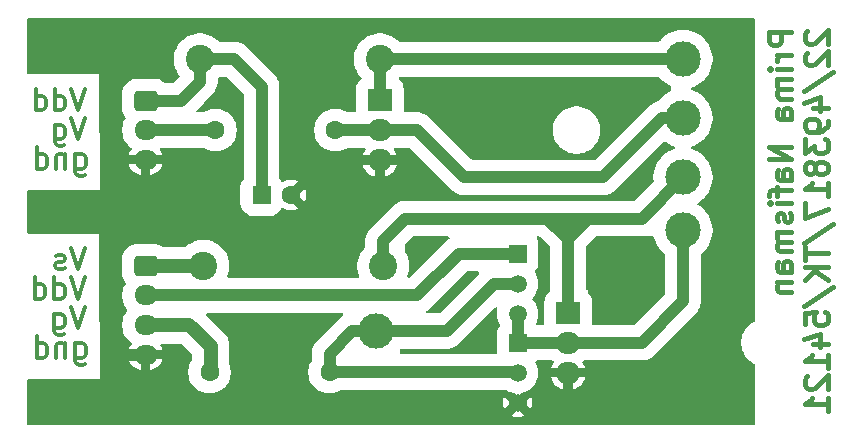
<source format=gbr>
%TF.GenerationSoftware,KiCad,Pcbnew,9.0.2*%
%TF.CreationDate,2025-12-16T13:58:13+07:00*%
%TF.ProjectId,HardwareElday,48617264-7761-4726-9545-6c6461792e6b,rev?*%
%TF.SameCoordinates,Original*%
%TF.FileFunction,Copper,L2,Bot*%
%TF.FilePolarity,Positive*%
%FSLAX46Y46*%
G04 Gerber Fmt 4.6, Leading zero omitted, Abs format (unit mm)*
G04 Created by KiCad (PCBNEW 9.0.2) date 2025-12-16 13:58:13*
%MOMM*%
%LPD*%
G01*
G04 APERTURE LIST*
G04 Aperture macros list*
%AMRoundRect*
0 Rectangle with rounded corners*
0 $1 Rounding radius*
0 $2 $3 $4 $5 $6 $7 $8 $9 X,Y pos of 4 corners*
0 Add a 4 corners polygon primitive as box body*
4,1,4,$2,$3,$4,$5,$6,$7,$8,$9,$2,$3,0*
0 Add four circle primitives for the rounded corners*
1,1,$1+$1,$2,$3*
1,1,$1+$1,$4,$5*
1,1,$1+$1,$6,$7*
1,1,$1+$1,$8,$9*
0 Add four rect primitives between the rounded corners*
20,1,$1+$1,$2,$3,$4,$5,0*
20,1,$1+$1,$4,$5,$6,$7,0*
20,1,$1+$1,$6,$7,$8,$9,0*
20,1,$1+$1,$8,$9,$2,$3,0*%
G04 Aperture macros list end*
%ADD10C,0.360000*%
%TA.AperFunction,NonConductor*%
%ADD11C,0.360000*%
%TD*%
%ADD12C,0.400000*%
%TA.AperFunction,NonConductor*%
%ADD13C,0.400000*%
%TD*%
%TA.AperFunction,ComponentPad*%
%ADD14RoundRect,0.250000X-0.725000X0.600000X-0.725000X-0.600000X0.725000X-0.600000X0.725000X0.600000X0*%
%TD*%
%TA.AperFunction,ComponentPad*%
%ADD15O,1.950000X1.700000*%
%TD*%
%TA.AperFunction,ComponentPad*%
%ADD16R,1.500000X1.500000*%
%TD*%
%TA.AperFunction,ComponentPad*%
%ADD17C,1.500000*%
%TD*%
%TA.AperFunction,ComponentPad*%
%ADD18C,1.600000*%
%TD*%
%TA.AperFunction,ComponentPad*%
%ADD19C,3.000000*%
%TD*%
%TA.AperFunction,ComponentPad*%
%ADD20R,2.000000X1.905000*%
%TD*%
%TA.AperFunction,ComponentPad*%
%ADD21O,2.000000X1.905000*%
%TD*%
%TA.AperFunction,ComponentPad*%
%ADD22RoundRect,0.250000X-0.550000X-0.550000X0.550000X-0.550000X0.550000X0.550000X-0.550000X0.550000X0*%
%TD*%
%TA.AperFunction,ComponentPad*%
%ADD23C,2.400000*%
%TD*%
%TA.AperFunction,Conductor*%
%ADD24C,1.000000*%
%TD*%
%TA.AperFunction,Conductor*%
%ADD25C,1.200000*%
%TD*%
G04 APERTURE END LIST*
D10*
D11*
X70854192Y-121467243D02*
X70254192Y-123267243D01*
X70254192Y-123267243D02*
X69654192Y-121467243D01*
X68282764Y-122067243D02*
X68282764Y-123524386D01*
X68282764Y-123524386D02*
X68368478Y-123695814D01*
X68368478Y-123695814D02*
X68454192Y-123781529D01*
X68454192Y-123781529D02*
X68625621Y-123867243D01*
X68625621Y-123867243D02*
X68882764Y-123867243D01*
X68882764Y-123867243D02*
X69054192Y-123781529D01*
X68282764Y-123181529D02*
X68454192Y-123267243D01*
X68454192Y-123267243D02*
X68797049Y-123267243D01*
X68797049Y-123267243D02*
X68968478Y-123181529D01*
X68968478Y-123181529D02*
X69054192Y-123095814D01*
X69054192Y-123095814D02*
X69139906Y-122924386D01*
X69139906Y-122924386D02*
X69139906Y-122410100D01*
X69139906Y-122410100D02*
X69054192Y-122238671D01*
X69054192Y-122238671D02*
X68968478Y-122152957D01*
X68968478Y-122152957D02*
X68797049Y-122067243D01*
X68797049Y-122067243D02*
X68454192Y-122067243D01*
X68454192Y-122067243D02*
X68282764Y-122152957D01*
D10*
D11*
X70899363Y-105478407D02*
X70299363Y-107278407D01*
X70299363Y-107278407D02*
X69699363Y-105478407D01*
X68327935Y-106078407D02*
X68327935Y-107535550D01*
X68327935Y-107535550D02*
X68413649Y-107706978D01*
X68413649Y-107706978D02*
X68499363Y-107792693D01*
X68499363Y-107792693D02*
X68670792Y-107878407D01*
X68670792Y-107878407D02*
X68927935Y-107878407D01*
X68927935Y-107878407D02*
X69099363Y-107792693D01*
X68327935Y-107192693D02*
X68499363Y-107278407D01*
X68499363Y-107278407D02*
X68842220Y-107278407D01*
X68842220Y-107278407D02*
X69013649Y-107192693D01*
X69013649Y-107192693D02*
X69099363Y-107106978D01*
X69099363Y-107106978D02*
X69185077Y-106935550D01*
X69185077Y-106935550D02*
X69185077Y-106421264D01*
X69185077Y-106421264D02*
X69099363Y-106249835D01*
X69099363Y-106249835D02*
X69013649Y-106164121D01*
X69013649Y-106164121D02*
X68842220Y-106078407D01*
X68842220Y-106078407D02*
X68499363Y-106078407D01*
X68499363Y-106078407D02*
X68327935Y-106164121D01*
D10*
D11*
X70854192Y-118967243D02*
X70254192Y-120767243D01*
X70254192Y-120767243D02*
X69654192Y-118967243D01*
X68282764Y-120767243D02*
X68282764Y-118967243D01*
X68282764Y-120681529D02*
X68454192Y-120767243D01*
X68454192Y-120767243D02*
X68797049Y-120767243D01*
X68797049Y-120767243D02*
X68968478Y-120681529D01*
X68968478Y-120681529D02*
X69054192Y-120595814D01*
X69054192Y-120595814D02*
X69139906Y-120424386D01*
X69139906Y-120424386D02*
X69139906Y-119910100D01*
X69139906Y-119910100D02*
X69054192Y-119738671D01*
X69054192Y-119738671D02*
X68968478Y-119652957D01*
X68968478Y-119652957D02*
X68797049Y-119567243D01*
X68797049Y-119567243D02*
X68454192Y-119567243D01*
X68454192Y-119567243D02*
X68282764Y-119652957D01*
X66654193Y-120767243D02*
X66654193Y-118967243D01*
X66654193Y-120681529D02*
X66825621Y-120767243D01*
X66825621Y-120767243D02*
X67168478Y-120767243D01*
X67168478Y-120767243D02*
X67339907Y-120681529D01*
X67339907Y-120681529D02*
X67425621Y-120595814D01*
X67425621Y-120595814D02*
X67511335Y-120424386D01*
X67511335Y-120424386D02*
X67511335Y-119910100D01*
X67511335Y-119910100D02*
X67425621Y-119738671D01*
X67425621Y-119738671D02*
X67339907Y-119652957D01*
X67339907Y-119652957D02*
X67168478Y-119567243D01*
X67168478Y-119567243D02*
X66825621Y-119567243D01*
X66825621Y-119567243D02*
X66654193Y-119652957D01*
D10*
D11*
X70063158Y-124560994D02*
X70063158Y-126018137D01*
X70063158Y-126018137D02*
X70148872Y-126189565D01*
X70148872Y-126189565D02*
X70234586Y-126275280D01*
X70234586Y-126275280D02*
X70406015Y-126360994D01*
X70406015Y-126360994D02*
X70663158Y-126360994D01*
X70663158Y-126360994D02*
X70834586Y-126275280D01*
X70063158Y-125675280D02*
X70234586Y-125760994D01*
X70234586Y-125760994D02*
X70577443Y-125760994D01*
X70577443Y-125760994D02*
X70748872Y-125675280D01*
X70748872Y-125675280D02*
X70834586Y-125589565D01*
X70834586Y-125589565D02*
X70920300Y-125418137D01*
X70920300Y-125418137D02*
X70920300Y-124903851D01*
X70920300Y-124903851D02*
X70834586Y-124732422D01*
X70834586Y-124732422D02*
X70748872Y-124646708D01*
X70748872Y-124646708D02*
X70577443Y-124560994D01*
X70577443Y-124560994D02*
X70234586Y-124560994D01*
X70234586Y-124560994D02*
X70063158Y-124646708D01*
X69206015Y-124560994D02*
X69206015Y-125760994D01*
X69206015Y-124732422D02*
X69120301Y-124646708D01*
X69120301Y-124646708D02*
X68948872Y-124560994D01*
X68948872Y-124560994D02*
X68691729Y-124560994D01*
X68691729Y-124560994D02*
X68520301Y-124646708D01*
X68520301Y-124646708D02*
X68434587Y-124818137D01*
X68434587Y-124818137D02*
X68434587Y-125760994D01*
X66806016Y-125760994D02*
X66806016Y-123960994D01*
X66806016Y-125675280D02*
X66977444Y-125760994D01*
X66977444Y-125760994D02*
X67320301Y-125760994D01*
X67320301Y-125760994D02*
X67491730Y-125675280D01*
X67491730Y-125675280D02*
X67577444Y-125589565D01*
X67577444Y-125589565D02*
X67663158Y-125418137D01*
X67663158Y-125418137D02*
X67663158Y-124903851D01*
X67663158Y-124903851D02*
X67577444Y-124732422D01*
X67577444Y-124732422D02*
X67491730Y-124646708D01*
X67491730Y-124646708D02*
X67320301Y-124560994D01*
X67320301Y-124560994D02*
X66977444Y-124560994D01*
X66977444Y-124560994D02*
X66806016Y-124646708D01*
D10*
D11*
X70854192Y-116467243D02*
X70254192Y-118267243D01*
X70254192Y-118267243D02*
X69654192Y-116467243D01*
X69139906Y-118181529D02*
X68968478Y-118267243D01*
X68968478Y-118267243D02*
X68625621Y-118267243D01*
X68625621Y-118267243D02*
X68454192Y-118181529D01*
X68454192Y-118181529D02*
X68368478Y-118010100D01*
X68368478Y-118010100D02*
X68368478Y-117924386D01*
X68368478Y-117924386D02*
X68454192Y-117752957D01*
X68454192Y-117752957D02*
X68625621Y-117667243D01*
X68625621Y-117667243D02*
X68882764Y-117667243D01*
X68882764Y-117667243D02*
X69054192Y-117581529D01*
X69054192Y-117581529D02*
X69139906Y-117410100D01*
X69139906Y-117410100D02*
X69139906Y-117324386D01*
X69139906Y-117324386D02*
X69054192Y-117152957D01*
X69054192Y-117152957D02*
X68882764Y-117067243D01*
X68882764Y-117067243D02*
X68625621Y-117067243D01*
X68625621Y-117067243D02*
X68454192Y-117152957D01*
D10*
D11*
X70899363Y-102978407D02*
X70299363Y-104778407D01*
X70299363Y-104778407D02*
X69699363Y-102978407D01*
X68327935Y-104778407D02*
X68327935Y-102978407D01*
X68327935Y-104692693D02*
X68499363Y-104778407D01*
X68499363Y-104778407D02*
X68842220Y-104778407D01*
X68842220Y-104778407D02*
X69013649Y-104692693D01*
X69013649Y-104692693D02*
X69099363Y-104606978D01*
X69099363Y-104606978D02*
X69185077Y-104435550D01*
X69185077Y-104435550D02*
X69185077Y-103921264D01*
X69185077Y-103921264D02*
X69099363Y-103749835D01*
X69099363Y-103749835D02*
X69013649Y-103664121D01*
X69013649Y-103664121D02*
X68842220Y-103578407D01*
X68842220Y-103578407D02*
X68499363Y-103578407D01*
X68499363Y-103578407D02*
X68327935Y-103664121D01*
X66699364Y-104778407D02*
X66699364Y-102978407D01*
X66699364Y-104692693D02*
X66870792Y-104778407D01*
X66870792Y-104778407D02*
X67213649Y-104778407D01*
X67213649Y-104778407D02*
X67385078Y-104692693D01*
X67385078Y-104692693D02*
X67470792Y-104606978D01*
X67470792Y-104606978D02*
X67556506Y-104435550D01*
X67556506Y-104435550D02*
X67556506Y-103921264D01*
X67556506Y-103921264D02*
X67470792Y-103749835D01*
X67470792Y-103749835D02*
X67385078Y-103664121D01*
X67385078Y-103664121D02*
X67213649Y-103578407D01*
X67213649Y-103578407D02*
X66870792Y-103578407D01*
X66870792Y-103578407D02*
X66699364Y-103664121D01*
D10*
D11*
X70063158Y-108560994D02*
X70063158Y-110018137D01*
X70063158Y-110018137D02*
X70148872Y-110189565D01*
X70148872Y-110189565D02*
X70234586Y-110275280D01*
X70234586Y-110275280D02*
X70406015Y-110360994D01*
X70406015Y-110360994D02*
X70663158Y-110360994D01*
X70663158Y-110360994D02*
X70834586Y-110275280D01*
X70063158Y-109675280D02*
X70234586Y-109760994D01*
X70234586Y-109760994D02*
X70577443Y-109760994D01*
X70577443Y-109760994D02*
X70748872Y-109675280D01*
X70748872Y-109675280D02*
X70834586Y-109589565D01*
X70834586Y-109589565D02*
X70920300Y-109418137D01*
X70920300Y-109418137D02*
X70920300Y-108903851D01*
X70920300Y-108903851D02*
X70834586Y-108732422D01*
X70834586Y-108732422D02*
X70748872Y-108646708D01*
X70748872Y-108646708D02*
X70577443Y-108560994D01*
X70577443Y-108560994D02*
X70234586Y-108560994D01*
X70234586Y-108560994D02*
X70063158Y-108646708D01*
X69206015Y-108560994D02*
X69206015Y-109760994D01*
X69206015Y-108732422D02*
X69120301Y-108646708D01*
X69120301Y-108646708D02*
X68948872Y-108560994D01*
X68948872Y-108560994D02*
X68691729Y-108560994D01*
X68691729Y-108560994D02*
X68520301Y-108646708D01*
X68520301Y-108646708D02*
X68434587Y-108818137D01*
X68434587Y-108818137D02*
X68434587Y-109760994D01*
X66806016Y-109760994D02*
X66806016Y-107960994D01*
X66806016Y-109675280D02*
X66977444Y-109760994D01*
X66977444Y-109760994D02*
X67320301Y-109760994D01*
X67320301Y-109760994D02*
X67491730Y-109675280D01*
X67491730Y-109675280D02*
X67577444Y-109589565D01*
X67577444Y-109589565D02*
X67663158Y-109418137D01*
X67663158Y-109418137D02*
X67663158Y-108903851D01*
X67663158Y-108903851D02*
X67577444Y-108732422D01*
X67577444Y-108732422D02*
X67491730Y-108646708D01*
X67491730Y-108646708D02*
X67320301Y-108560994D01*
X67320301Y-108560994D02*
X66977444Y-108560994D01*
X66977444Y-108560994D02*
X66806016Y-108646708D01*
D12*
D13*
X130687782Y-98215537D02*
X128787782Y-98215537D01*
X128787782Y-98215537D02*
X128787782Y-98939347D01*
X128787782Y-98939347D02*
X128878258Y-99120299D01*
X128878258Y-99120299D02*
X128968734Y-99210776D01*
X128968734Y-99210776D02*
X129149686Y-99301252D01*
X129149686Y-99301252D02*
X129421115Y-99301252D01*
X129421115Y-99301252D02*
X129602067Y-99210776D01*
X129602067Y-99210776D02*
X129692544Y-99120299D01*
X129692544Y-99120299D02*
X129783020Y-98939347D01*
X129783020Y-98939347D02*
X129783020Y-98215537D01*
X130687782Y-100115537D02*
X129421115Y-100115537D01*
X129783020Y-100115537D02*
X129602067Y-100206014D01*
X129602067Y-100206014D02*
X129511591Y-100296490D01*
X129511591Y-100296490D02*
X129421115Y-100477442D01*
X129421115Y-100477442D02*
X129421115Y-100658395D01*
X130687782Y-101291727D02*
X129421115Y-101291727D01*
X128787782Y-101291727D02*
X128878258Y-101201251D01*
X128878258Y-101201251D02*
X128968734Y-101291727D01*
X128968734Y-101291727D02*
X128878258Y-101382204D01*
X128878258Y-101382204D02*
X128787782Y-101291727D01*
X128787782Y-101291727D02*
X128968734Y-101291727D01*
X130687782Y-102196489D02*
X129421115Y-102196489D01*
X129602067Y-102196489D02*
X129511591Y-102286966D01*
X129511591Y-102286966D02*
X129421115Y-102467918D01*
X129421115Y-102467918D02*
X129421115Y-102739347D01*
X129421115Y-102739347D02*
X129511591Y-102920299D01*
X129511591Y-102920299D02*
X129692544Y-103010775D01*
X129692544Y-103010775D02*
X130687782Y-103010775D01*
X129692544Y-103010775D02*
X129511591Y-103101251D01*
X129511591Y-103101251D02*
X129421115Y-103282204D01*
X129421115Y-103282204D02*
X129421115Y-103553632D01*
X129421115Y-103553632D02*
X129511591Y-103734585D01*
X129511591Y-103734585D02*
X129692544Y-103825061D01*
X129692544Y-103825061D02*
X130687782Y-103825061D01*
X130687782Y-105544108D02*
X129692544Y-105544108D01*
X129692544Y-105544108D02*
X129511591Y-105453632D01*
X129511591Y-105453632D02*
X129421115Y-105272680D01*
X129421115Y-105272680D02*
X129421115Y-104910775D01*
X129421115Y-104910775D02*
X129511591Y-104729822D01*
X130597306Y-105544108D02*
X130687782Y-105363156D01*
X130687782Y-105363156D02*
X130687782Y-104910775D01*
X130687782Y-104910775D02*
X130597306Y-104729822D01*
X130597306Y-104729822D02*
X130416353Y-104639346D01*
X130416353Y-104639346D02*
X130235401Y-104639346D01*
X130235401Y-104639346D02*
X130054448Y-104729822D01*
X130054448Y-104729822D02*
X129963972Y-104910775D01*
X129963972Y-104910775D02*
X129963972Y-105363156D01*
X129963972Y-105363156D02*
X129873496Y-105544108D01*
X130687782Y-107896489D02*
X128787782Y-107896489D01*
X128787782Y-107896489D02*
X130687782Y-108982204D01*
X130687782Y-108982204D02*
X128787782Y-108982204D01*
X130687782Y-110701251D02*
X129692544Y-110701251D01*
X129692544Y-110701251D02*
X129511591Y-110610775D01*
X129511591Y-110610775D02*
X129421115Y-110429823D01*
X129421115Y-110429823D02*
X129421115Y-110067918D01*
X129421115Y-110067918D02*
X129511591Y-109886965D01*
X130597306Y-110701251D02*
X130687782Y-110520299D01*
X130687782Y-110520299D02*
X130687782Y-110067918D01*
X130687782Y-110067918D02*
X130597306Y-109886965D01*
X130597306Y-109886965D02*
X130416353Y-109796489D01*
X130416353Y-109796489D02*
X130235401Y-109796489D01*
X130235401Y-109796489D02*
X130054448Y-109886965D01*
X130054448Y-109886965D02*
X129963972Y-110067918D01*
X129963972Y-110067918D02*
X129963972Y-110520299D01*
X129963972Y-110520299D02*
X129873496Y-110701251D01*
X129421115Y-111334585D02*
X129421115Y-112058394D01*
X130687782Y-111606013D02*
X129059210Y-111606013D01*
X129059210Y-111606013D02*
X128878258Y-111696490D01*
X128878258Y-111696490D02*
X128787782Y-111877442D01*
X128787782Y-111877442D02*
X128787782Y-112058394D01*
X130687782Y-112691727D02*
X129421115Y-112691727D01*
X128787782Y-112691727D02*
X128878258Y-112601251D01*
X128878258Y-112601251D02*
X128968734Y-112691727D01*
X128968734Y-112691727D02*
X128878258Y-112782204D01*
X128878258Y-112782204D02*
X128787782Y-112691727D01*
X128787782Y-112691727D02*
X128968734Y-112691727D01*
X130597306Y-113506013D02*
X130687782Y-113686966D01*
X130687782Y-113686966D02*
X130687782Y-114048870D01*
X130687782Y-114048870D02*
X130597306Y-114229823D01*
X130597306Y-114229823D02*
X130416353Y-114320299D01*
X130416353Y-114320299D02*
X130325877Y-114320299D01*
X130325877Y-114320299D02*
X130144925Y-114229823D01*
X130144925Y-114229823D02*
X130054448Y-114048870D01*
X130054448Y-114048870D02*
X130054448Y-113777442D01*
X130054448Y-113777442D02*
X129963972Y-113596489D01*
X129963972Y-113596489D02*
X129783020Y-113506013D01*
X129783020Y-113506013D02*
X129692544Y-113506013D01*
X129692544Y-113506013D02*
X129511591Y-113596489D01*
X129511591Y-113596489D02*
X129421115Y-113777442D01*
X129421115Y-113777442D02*
X129421115Y-114048870D01*
X129421115Y-114048870D02*
X129511591Y-114229823D01*
X130687782Y-115134584D02*
X129421115Y-115134584D01*
X129602067Y-115134584D02*
X129511591Y-115225061D01*
X129511591Y-115225061D02*
X129421115Y-115406013D01*
X129421115Y-115406013D02*
X129421115Y-115677442D01*
X129421115Y-115677442D02*
X129511591Y-115858394D01*
X129511591Y-115858394D02*
X129692544Y-115948870D01*
X129692544Y-115948870D02*
X130687782Y-115948870D01*
X129692544Y-115948870D02*
X129511591Y-116039346D01*
X129511591Y-116039346D02*
X129421115Y-116220299D01*
X129421115Y-116220299D02*
X129421115Y-116491727D01*
X129421115Y-116491727D02*
X129511591Y-116672680D01*
X129511591Y-116672680D02*
X129692544Y-116763156D01*
X129692544Y-116763156D02*
X130687782Y-116763156D01*
X130687782Y-118482203D02*
X129692544Y-118482203D01*
X129692544Y-118482203D02*
X129511591Y-118391727D01*
X129511591Y-118391727D02*
X129421115Y-118210775D01*
X129421115Y-118210775D02*
X129421115Y-117848870D01*
X129421115Y-117848870D02*
X129511591Y-117667917D01*
X130597306Y-118482203D02*
X130687782Y-118301251D01*
X130687782Y-118301251D02*
X130687782Y-117848870D01*
X130687782Y-117848870D02*
X130597306Y-117667917D01*
X130597306Y-117667917D02*
X130416353Y-117577441D01*
X130416353Y-117577441D02*
X130235401Y-117577441D01*
X130235401Y-117577441D02*
X130054448Y-117667917D01*
X130054448Y-117667917D02*
X129963972Y-117848870D01*
X129963972Y-117848870D02*
X129963972Y-118301251D01*
X129963972Y-118301251D02*
X129873496Y-118482203D01*
X129421115Y-119386965D02*
X130687782Y-119386965D01*
X129602067Y-119386965D02*
X129511591Y-119477442D01*
X129511591Y-119477442D02*
X129421115Y-119658394D01*
X129421115Y-119658394D02*
X129421115Y-119929823D01*
X129421115Y-119929823D02*
X129511591Y-120110775D01*
X129511591Y-120110775D02*
X129692544Y-120201251D01*
X129692544Y-120201251D02*
X130687782Y-120201251D01*
X132027628Y-98125061D02*
X131937152Y-98215537D01*
X131937152Y-98215537D02*
X131846676Y-98396490D01*
X131846676Y-98396490D02*
X131846676Y-98848871D01*
X131846676Y-98848871D02*
X131937152Y-99029823D01*
X131937152Y-99029823D02*
X132027628Y-99120299D01*
X132027628Y-99120299D02*
X132208580Y-99210776D01*
X132208580Y-99210776D02*
X132389533Y-99210776D01*
X132389533Y-99210776D02*
X132660961Y-99120299D01*
X132660961Y-99120299D02*
X133746676Y-98034585D01*
X133746676Y-98034585D02*
X133746676Y-99210776D01*
X132027628Y-99934585D02*
X131937152Y-100025061D01*
X131937152Y-100025061D02*
X131846676Y-100206014D01*
X131846676Y-100206014D02*
X131846676Y-100658395D01*
X131846676Y-100658395D02*
X131937152Y-100839347D01*
X131937152Y-100839347D02*
X132027628Y-100929823D01*
X132027628Y-100929823D02*
X132208580Y-101020300D01*
X132208580Y-101020300D02*
X132389533Y-101020300D01*
X132389533Y-101020300D02*
X132660961Y-100929823D01*
X132660961Y-100929823D02*
X133746676Y-99844109D01*
X133746676Y-99844109D02*
X133746676Y-101020300D01*
X131756200Y-103191728D02*
X134199057Y-101563157D01*
X132480009Y-104639347D02*
X133746676Y-104639347D01*
X131756200Y-104186966D02*
X133113342Y-103734585D01*
X133113342Y-103734585D02*
X133113342Y-104910776D01*
X133746676Y-105725062D02*
X133746676Y-106086966D01*
X133746676Y-106086966D02*
X133656200Y-106267919D01*
X133656200Y-106267919D02*
X133565723Y-106358395D01*
X133565723Y-106358395D02*
X133294295Y-106539347D01*
X133294295Y-106539347D02*
X132932390Y-106629824D01*
X132932390Y-106629824D02*
X132208580Y-106629824D01*
X132208580Y-106629824D02*
X132027628Y-106539347D01*
X132027628Y-106539347D02*
X131937152Y-106448871D01*
X131937152Y-106448871D02*
X131846676Y-106267919D01*
X131846676Y-106267919D02*
X131846676Y-105906014D01*
X131846676Y-105906014D02*
X131937152Y-105725062D01*
X131937152Y-105725062D02*
X132027628Y-105634585D01*
X132027628Y-105634585D02*
X132208580Y-105544109D01*
X132208580Y-105544109D02*
X132660961Y-105544109D01*
X132660961Y-105544109D02*
X132841914Y-105634585D01*
X132841914Y-105634585D02*
X132932390Y-105725062D01*
X132932390Y-105725062D02*
X133022866Y-105906014D01*
X133022866Y-105906014D02*
X133022866Y-106267919D01*
X133022866Y-106267919D02*
X132932390Y-106448871D01*
X132932390Y-106448871D02*
X132841914Y-106539347D01*
X132841914Y-106539347D02*
X132660961Y-106629824D01*
X131846676Y-107263157D02*
X131846676Y-108439348D01*
X131846676Y-108439348D02*
X132570485Y-107806014D01*
X132570485Y-107806014D02*
X132570485Y-108077443D01*
X132570485Y-108077443D02*
X132660961Y-108258395D01*
X132660961Y-108258395D02*
X132751438Y-108348871D01*
X132751438Y-108348871D02*
X132932390Y-108439348D01*
X132932390Y-108439348D02*
X133384771Y-108439348D01*
X133384771Y-108439348D02*
X133565723Y-108348871D01*
X133565723Y-108348871D02*
X133656200Y-108258395D01*
X133656200Y-108258395D02*
X133746676Y-108077443D01*
X133746676Y-108077443D02*
X133746676Y-107534586D01*
X133746676Y-107534586D02*
X133656200Y-107353633D01*
X133656200Y-107353633D02*
X133565723Y-107263157D01*
X132660961Y-109525062D02*
X132570485Y-109344110D01*
X132570485Y-109344110D02*
X132480009Y-109253633D01*
X132480009Y-109253633D02*
X132299057Y-109163157D01*
X132299057Y-109163157D02*
X132208580Y-109163157D01*
X132208580Y-109163157D02*
X132027628Y-109253633D01*
X132027628Y-109253633D02*
X131937152Y-109344110D01*
X131937152Y-109344110D02*
X131846676Y-109525062D01*
X131846676Y-109525062D02*
X131846676Y-109886967D01*
X131846676Y-109886967D02*
X131937152Y-110067919D01*
X131937152Y-110067919D02*
X132027628Y-110158395D01*
X132027628Y-110158395D02*
X132208580Y-110248872D01*
X132208580Y-110248872D02*
X132299057Y-110248872D01*
X132299057Y-110248872D02*
X132480009Y-110158395D01*
X132480009Y-110158395D02*
X132570485Y-110067919D01*
X132570485Y-110067919D02*
X132660961Y-109886967D01*
X132660961Y-109886967D02*
X132660961Y-109525062D01*
X132660961Y-109525062D02*
X132751438Y-109344110D01*
X132751438Y-109344110D02*
X132841914Y-109253633D01*
X132841914Y-109253633D02*
X133022866Y-109163157D01*
X133022866Y-109163157D02*
X133384771Y-109163157D01*
X133384771Y-109163157D02*
X133565723Y-109253633D01*
X133565723Y-109253633D02*
X133656200Y-109344110D01*
X133656200Y-109344110D02*
X133746676Y-109525062D01*
X133746676Y-109525062D02*
X133746676Y-109886967D01*
X133746676Y-109886967D02*
X133656200Y-110067919D01*
X133656200Y-110067919D02*
X133565723Y-110158395D01*
X133565723Y-110158395D02*
X133384771Y-110248872D01*
X133384771Y-110248872D02*
X133022866Y-110248872D01*
X133022866Y-110248872D02*
X132841914Y-110158395D01*
X132841914Y-110158395D02*
X132751438Y-110067919D01*
X132751438Y-110067919D02*
X132660961Y-109886967D01*
X133746676Y-112058396D02*
X133746676Y-110972681D01*
X133746676Y-111515538D02*
X131846676Y-111515538D01*
X131846676Y-111515538D02*
X132118104Y-111334586D01*
X132118104Y-111334586D02*
X132299057Y-111153634D01*
X132299057Y-111153634D02*
X132389533Y-110972681D01*
X131846676Y-112691729D02*
X131846676Y-113958396D01*
X131846676Y-113958396D02*
X133746676Y-113144110D01*
X131756200Y-116039348D02*
X134199057Y-114410777D01*
X131846676Y-116401253D02*
X131846676Y-117486967D01*
X133746676Y-116944110D02*
X131846676Y-116944110D01*
X133746676Y-118120300D02*
X131846676Y-118120300D01*
X133746676Y-119206015D02*
X132660961Y-118391729D01*
X131846676Y-119206015D02*
X132932390Y-118120300D01*
X131756200Y-121377443D02*
X134199057Y-119748872D01*
X131846676Y-122915538D02*
X131846676Y-122010776D01*
X131846676Y-122010776D02*
X132751438Y-121920300D01*
X132751438Y-121920300D02*
X132660961Y-122010776D01*
X132660961Y-122010776D02*
X132570485Y-122191729D01*
X132570485Y-122191729D02*
X132570485Y-122644110D01*
X132570485Y-122644110D02*
X132660961Y-122825062D01*
X132660961Y-122825062D02*
X132751438Y-122915538D01*
X132751438Y-122915538D02*
X132932390Y-123006015D01*
X132932390Y-123006015D02*
X133384771Y-123006015D01*
X133384771Y-123006015D02*
X133565723Y-122915538D01*
X133565723Y-122915538D02*
X133656200Y-122825062D01*
X133656200Y-122825062D02*
X133746676Y-122644110D01*
X133746676Y-122644110D02*
X133746676Y-122191729D01*
X133746676Y-122191729D02*
X133656200Y-122010776D01*
X133656200Y-122010776D02*
X133565723Y-121920300D01*
X132480009Y-124634586D02*
X133746676Y-124634586D01*
X131756200Y-124182205D02*
X133113342Y-123729824D01*
X133113342Y-123729824D02*
X133113342Y-124906015D01*
X133746676Y-126625063D02*
X133746676Y-125539348D01*
X133746676Y-126082205D02*
X131846676Y-126082205D01*
X131846676Y-126082205D02*
X132118104Y-125901253D01*
X132118104Y-125901253D02*
X132299057Y-125720301D01*
X132299057Y-125720301D02*
X132389533Y-125539348D01*
X132027628Y-127348872D02*
X131937152Y-127439348D01*
X131937152Y-127439348D02*
X131846676Y-127620301D01*
X131846676Y-127620301D02*
X131846676Y-128072682D01*
X131846676Y-128072682D02*
X131937152Y-128253634D01*
X131937152Y-128253634D02*
X132027628Y-128344110D01*
X132027628Y-128344110D02*
X132208580Y-128434587D01*
X132208580Y-128434587D02*
X132389533Y-128434587D01*
X132389533Y-128434587D02*
X132660961Y-128344110D01*
X132660961Y-128344110D02*
X133746676Y-127258396D01*
X133746676Y-127258396D02*
X133746676Y-128434587D01*
X133746676Y-130244111D02*
X133746676Y-129158396D01*
X133746676Y-129701253D02*
X131846676Y-129701253D01*
X131846676Y-129701253D02*
X132118104Y-129520301D01*
X132118104Y-129520301D02*
X132299057Y-129339349D01*
X132299057Y-129339349D02*
X132389533Y-129158396D01*
D14*
%TO.P,J3,1,Pin_1*%
%TO.N,Net-(J3-Pin_1)*%
X76000000Y-104000000D03*
D15*
%TO.P,J3,2,Pin_2*%
%TO.N,Vg*%
X76000000Y-106500000D03*
%TO.P,J3,3,Pin_3*%
%TO.N,GNDREF*%
X76000000Y-109000000D03*
%TD*%
D16*
%TO.P,Q4,1,C*%
%TO.N,Net-(Q2-G)*%
X107500000Y-124500000D03*
D17*
%TO.P,Q4,2,B*%
%TO.N,Net-(Q3-B)*%
X107500000Y-127040000D03*
%TO.P,Q4,3,E*%
%TO.N,GNDREF*%
X107500000Y-129580000D03*
%TD*%
D18*
%TO.P,R4,1*%
%TO.N,Net-(J1-Pin_3)*%
X81420000Y-127000000D03*
%TO.P,R4,2*%
%TO.N,Net-(Q3-B)*%
X91580000Y-127000000D03*
%TD*%
D19*
%TO.P,TP4,1,1*%
%TO.N,Net-(Q1-G)*%
X121500000Y-105500000D03*
%TD*%
D20*
%TO.P,Q2,1,D*%
%TO.N,Net-(Q2-D)*%
X111770000Y-121960000D03*
D21*
%TO.P,Q2,2,G*%
%TO.N,Net-(Q2-G)*%
X111770000Y-124500000D03*
%TO.P,Q2,3,S*%
%TO.N,GNDREF*%
X111770000Y-127040000D03*
%TD*%
D20*
%TO.P,Q1,1,D*%
%TO.N,Net-(Q1-D)*%
X95840000Y-103960000D03*
D21*
%TO.P,Q1,2,G*%
%TO.N,Net-(Q1-G)*%
X95840000Y-106500000D03*
%TO.P,Q1,3,S*%
%TO.N,GNDREF*%
X95840000Y-109040000D03*
%TD*%
D22*
%TO.P,C1,1*%
%TO.N,Net-(J3-Pin_1)*%
X85817621Y-112000000D03*
D18*
%TO.P,C1,2*%
%TO.N,GNDREF*%
X88317621Y-112000000D03*
%TD*%
D19*
%TO.P,TP5,1,1*%
%TO.N,Net-(Q3-B)*%
X95500000Y-123500000D03*
%TD*%
D23*
%TO.P,R1,1*%
%TO.N,Net-(J3-Pin_1)*%
X80600000Y-100500000D03*
%TO.P,R1,2*%
%TO.N,Net-(Q1-D)*%
X95840000Y-100500000D03*
%TD*%
D19*
%TO.P,TP3,1,1*%
%TO.N,Net-(Q2-G)*%
X121500000Y-115000000D03*
%TD*%
D23*
%TO.P,R3,1*%
%TO.N,Vs*%
X80880000Y-118000000D03*
%TO.P,R3,2*%
%TO.N,Net-(Q2-D)*%
X96120000Y-118000000D03*
%TD*%
D14*
%TO.P,J1,1,Pin_1*%
%TO.N,Vs*%
X76000000Y-118000000D03*
D15*
%TO.P,J1,2,Pin_2*%
%TO.N,Vd*%
X76000000Y-120500000D03*
%TO.P,J1,3,Pin_3*%
%TO.N,Net-(J1-Pin_3)*%
X76000000Y-123000000D03*
%TO.P,J1,4,Pin_4*%
%TO.N,GNDREF*%
X76000000Y-125500000D03*
%TD*%
D16*
%TO.P,Q3,1,C*%
%TO.N,Vd*%
X107500000Y-116960000D03*
D17*
%TO.P,Q3,2,B*%
%TO.N,Net-(Q3-B)*%
X107500000Y-119500000D03*
%TO.P,Q3,3,E*%
%TO.N,Net-(Q2-G)*%
X107500000Y-122040000D03*
%TD*%
D19*
%TO.P,TP1,1,1*%
%TO.N,Net-(Q1-D)*%
X121500000Y-100500000D03*
%TD*%
%TO.P,TP2,1,1*%
%TO.N,Net-(Q2-D)*%
X121500000Y-110500000D03*
%TD*%
D18*
%TO.P,R2,1*%
%TO.N,Vg*%
X81920000Y-106500000D03*
%TO.P,R2,2*%
%TO.N,Net-(Q1-G)*%
X92080000Y-106500000D03*
%TD*%
D24*
%TO.N,GNDREF*%
X76000000Y-125500000D02*
X74500000Y-125500000D01*
%TO.N,Net-(Q1-G)*%
X119750000Y-105500000D02*
X121500000Y-105500000D01*
X103000000Y-110500000D02*
X114750000Y-110500000D01*
X114750000Y-110500000D02*
X119750000Y-105500000D01*
X92080000Y-106500000D02*
X95840000Y-106500000D01*
X99000000Y-106500000D02*
X103000000Y-110500000D01*
X95840000Y-106500000D02*
X99000000Y-106500000D01*
%TO.N,Net-(Q1-D)*%
X95840000Y-100500000D02*
X95840000Y-103960000D01*
X95840000Y-100500000D02*
X121500000Y-100500000D01*
%TO.N,Vd*%
X76000000Y-120500000D02*
X99000000Y-120500000D01*
X99000000Y-120500000D02*
X102540000Y-116960000D01*
X102540000Y-116960000D02*
X107500000Y-116960000D01*
%TO.N,Net-(Q3-B)*%
X101500000Y-123500000D02*
X95500000Y-123500000D01*
X93500000Y-123500000D02*
X91580000Y-125420000D01*
X107460000Y-127000000D02*
X107500000Y-127040000D01*
X95500000Y-123500000D02*
X93500000Y-123500000D01*
X107500000Y-119500000D02*
X105500000Y-119500000D01*
X105500000Y-119500000D02*
X101500000Y-123500000D01*
X91580000Y-127000000D02*
X107460000Y-127000000D01*
X91580000Y-125420000D02*
X91580000Y-127000000D01*
%TO.N,Net-(Q2-G)*%
X121500000Y-115000000D02*
X121500000Y-121000000D01*
X121500000Y-121000000D02*
X118000000Y-124500000D01*
X107500000Y-124500000D02*
X110770000Y-124500000D01*
X118000000Y-124500000D02*
X111770000Y-124500000D01*
X107500000Y-124500000D02*
X107499999Y-121911220D01*
%TO.N,Vg*%
X76000000Y-106500000D02*
X81920000Y-106500000D01*
%TO.N,Net-(Q2-D)*%
X118000000Y-114000000D02*
X113500000Y-114000000D01*
X96120000Y-118000000D02*
X96120000Y-115880000D01*
X111770000Y-115500000D02*
X112000000Y-115500000D01*
X98000000Y-114000000D02*
X109750000Y-114000000D01*
X112000000Y-115500000D02*
X113500000Y-114000000D01*
X121500000Y-110500000D02*
X118000000Y-114000000D01*
X111770000Y-115500000D02*
X111770000Y-121960000D01*
X111770000Y-114230000D02*
X111770000Y-115500000D01*
X111500000Y-115500000D02*
X110000000Y-114000000D01*
X113500000Y-114000000D02*
X109750000Y-114000000D01*
X111770000Y-115500000D02*
X111500000Y-115500000D01*
X96120000Y-115880000D02*
X98000000Y-114000000D01*
D25*
%TO.N,Vs*%
X80880000Y-118000000D02*
X76000000Y-118000000D01*
D24*
%TO.N,Net-(J3-Pin_1)*%
X83500000Y-100500000D02*
X80600000Y-100500000D01*
X85817621Y-102817621D02*
X83500000Y-100500000D01*
X79000000Y-104000000D02*
X80600000Y-102400000D01*
X76000000Y-104000000D02*
X79000000Y-104000000D01*
X85817621Y-112000000D02*
X85817621Y-102817621D01*
X80600000Y-102400000D02*
X80600000Y-100500000D01*
D25*
%TO.N,Net-(J1-Pin_3)*%
X81500000Y-124790000D02*
X79710000Y-123000000D01*
X79710000Y-123000000D02*
X76000000Y-123000000D01*
X81500000Y-126920000D02*
X81500000Y-124790000D01*
X81420000Y-127000000D02*
X81500000Y-126920000D01*
%TD*%
%TA.AperFunction,Conductor*%
%TO.N,GNDREF*%
G36*
X104185150Y-118480185D02*
G01*
X104230905Y-118532989D01*
X104240849Y-118602147D01*
X104211824Y-118665703D01*
X104205792Y-118672181D01*
X100914792Y-121963181D01*
X100853469Y-121996666D01*
X100827111Y-121999500D01*
X99870552Y-121999500D01*
X99803513Y-121979815D01*
X99757758Y-121927011D01*
X99747814Y-121857853D01*
X99776839Y-121794297D01*
X99797663Y-121775183D01*
X99977510Y-121644517D01*
X103125208Y-118496819D01*
X103186531Y-118463334D01*
X103212889Y-118460500D01*
X104118111Y-118460500D01*
X104185150Y-118480185D01*
G37*
%TD.AperFunction*%
%TD*%
%TA.AperFunction,Conductor*%
%TO.N,GNDREF*%
G36*
X119505673Y-102020185D02*
G01*
X119535580Y-102047186D01*
X119586851Y-102111478D01*
X119627923Y-102162981D01*
X119632584Y-102168825D01*
X119831175Y-102367416D01*
X120050752Y-102542523D01*
X120288555Y-102691945D01*
X120500000Y-102793771D01*
X120500000Y-103206227D01*
X120288557Y-103308053D01*
X120050753Y-103457476D01*
X119831175Y-103632583D01*
X119632583Y-103831175D01*
X119509050Y-103986080D01*
X119451861Y-104026220D01*
X119431504Y-104031240D01*
X119398632Y-104036447D01*
X119174005Y-104109433D01*
X118963563Y-104216659D01*
X118772496Y-104355476D01*
X118772491Y-104355480D01*
X114164792Y-108963181D01*
X114103469Y-108996666D01*
X114077111Y-108999500D01*
X103672889Y-108999500D01*
X103605850Y-108979815D01*
X103585208Y-108963181D01*
X100990899Y-106368872D01*
X110499500Y-106368872D01*
X110499500Y-106631127D01*
X110510075Y-106711445D01*
X110533730Y-106891116D01*
X110583267Y-107075992D01*
X110601602Y-107144418D01*
X110601605Y-107144428D01*
X110701953Y-107386690D01*
X110701958Y-107386700D01*
X110833075Y-107613803D01*
X110992718Y-107821851D01*
X110992726Y-107821860D01*
X111178140Y-108007274D01*
X111178148Y-108007281D01*
X111386196Y-108166924D01*
X111613299Y-108298041D01*
X111613309Y-108298046D01*
X111855571Y-108398394D01*
X111855581Y-108398398D01*
X112108884Y-108466270D01*
X112368880Y-108500500D01*
X112368887Y-108500500D01*
X112631113Y-108500500D01*
X112631120Y-108500500D01*
X112891116Y-108466270D01*
X113144419Y-108398398D01*
X113386697Y-108298043D01*
X113613803Y-108166924D01*
X113821851Y-108007282D01*
X113821855Y-108007277D01*
X113821860Y-108007274D01*
X114007274Y-107821860D01*
X114007277Y-107821855D01*
X114007282Y-107821851D01*
X114166924Y-107613803D01*
X114298043Y-107386697D01*
X114306030Y-107367416D01*
X114339574Y-107286433D01*
X114398398Y-107144419D01*
X114466270Y-106891116D01*
X114500500Y-106631120D01*
X114500500Y-106368880D01*
X114466270Y-106108884D01*
X114398398Y-105855581D01*
X114339574Y-105713567D01*
X114298046Y-105613309D01*
X114298041Y-105613299D01*
X114166924Y-105386196D01*
X114007281Y-105178148D01*
X114007274Y-105178140D01*
X113821860Y-104992726D01*
X113821851Y-104992718D01*
X113613803Y-104833075D01*
X113386700Y-104701958D01*
X113386690Y-104701953D01*
X113144428Y-104601605D01*
X113144421Y-104601603D01*
X113144419Y-104601602D01*
X112891116Y-104533730D01*
X112833339Y-104526123D01*
X112631127Y-104499500D01*
X112631120Y-104499500D01*
X112368880Y-104499500D01*
X112368872Y-104499500D01*
X112137772Y-104529926D01*
X112108884Y-104533730D01*
X111855581Y-104601602D01*
X111855571Y-104601605D01*
X111613309Y-104701953D01*
X111613299Y-104701958D01*
X111386196Y-104833075D01*
X111178148Y-104992718D01*
X110992718Y-105178148D01*
X110833075Y-105386196D01*
X110701958Y-105613299D01*
X110701953Y-105613309D01*
X110601605Y-105855571D01*
X110601602Y-105855581D01*
X110533730Y-106108885D01*
X110499500Y-106368872D01*
X100990899Y-106368872D01*
X99977511Y-105355484D01*
X99786434Y-105216657D01*
X99575996Y-105109433D01*
X99351368Y-105036446D01*
X99118097Y-104999500D01*
X99118092Y-104999500D01*
X97964500Y-104999500D01*
X97897461Y-104979815D01*
X97851706Y-104927011D01*
X97840500Y-104875500D01*
X97840499Y-102949471D01*
X97840499Y-102949464D01*
X97829886Y-102830082D01*
X97773909Y-102634451D01*
X97679698Y-102454093D01*
X97609022Y-102367416D01*
X97551109Y-102296390D01*
X97458161Y-102220602D01*
X97418644Y-102162981D01*
X97416552Y-102093143D01*
X97452550Y-102033260D01*
X97515208Y-102002346D01*
X97536522Y-102000500D01*
X119438634Y-102000500D01*
X119505673Y-102020185D01*
G37*
%TD.AperFunction*%
%TD*%
%TA.AperFunction,Conductor*%
%TO.N,GNDREF*%
G36*
X101681432Y-115520185D02*
G01*
X101727187Y-115572989D01*
X101737131Y-115642147D01*
X101708106Y-115705703D01*
X101687279Y-115724818D01*
X101562488Y-115815484D01*
X101562487Y-115815485D01*
X98414792Y-118963181D01*
X98387864Y-118977884D01*
X98362046Y-118994477D01*
X98355845Y-118995368D01*
X98353469Y-118996666D01*
X98327111Y-118999500D01*
X98273378Y-118999500D01*
X98206339Y-118979815D01*
X98160584Y-118927011D01*
X98150640Y-118857853D01*
X98158817Y-118828048D01*
X98208185Y-118708860D01*
X98208185Y-118708857D01*
X98208191Y-118708845D01*
X98282849Y-118430217D01*
X98320500Y-118144228D01*
X98320500Y-117855772D01*
X98282849Y-117569783D01*
X98208191Y-117291155D01*
X98208186Y-117291145D01*
X98208185Y-117291139D01*
X98097808Y-117024663D01*
X98097800Y-117024647D01*
X98000000Y-116855253D01*
X98000000Y-116122026D01*
X98585208Y-115536819D01*
X98646531Y-115503334D01*
X98672889Y-115500500D01*
X101614393Y-115500500D01*
X101681432Y-115520185D01*
G37*
%TD.AperFunction*%
%TD*%
%TA.AperFunction,Conductor*%
%TO.N,GNDREF*%
G36*
X109394150Y-115520185D02*
G01*
X109414792Y-115536819D01*
X110233181Y-116355208D01*
X110266666Y-116416531D01*
X110269500Y-116442889D01*
X110269500Y-120066148D01*
X110249815Y-120133187D01*
X110220590Y-120162752D01*
X110221467Y-120163828D01*
X110058890Y-120296390D01*
X109930304Y-120454090D01*
X109930302Y-120454093D01*
X109883196Y-120544272D01*
X109836089Y-120634454D01*
X109780114Y-120830083D01*
X109780113Y-120830086D01*
X109778221Y-120851368D01*
X109769500Y-120949463D01*
X109769500Y-121925272D01*
X109769501Y-122875500D01*
X109749816Y-122942539D01*
X109697013Y-122988294D01*
X109645501Y-122999500D01*
X109182110Y-122999500D01*
X109115071Y-122979815D01*
X109069316Y-122927011D01*
X109059372Y-122857853D01*
X109072481Y-122819990D01*
X109071548Y-122819530D01*
X109073348Y-122815879D01*
X109115727Y-122713567D01*
X109161158Y-122603887D01*
X109220548Y-122382238D01*
X109250500Y-122154734D01*
X109250500Y-121925266D01*
X109220548Y-121697762D01*
X109161158Y-121476113D01*
X109073344Y-121264112D01*
X108958611Y-121065388D01*
X108958608Y-121065385D01*
X108958607Y-121065382D01*
X108818918Y-120883338D01*
X108793260Y-120857680D01*
X108759776Y-120796360D01*
X108764759Y-120726668D01*
X108793260Y-120682319D01*
X108818919Y-120656661D01*
X108958611Y-120474612D01*
X109073344Y-120275888D01*
X109161158Y-120063887D01*
X109220548Y-119842238D01*
X109250500Y-119614734D01*
X109250500Y-119385266D01*
X109220548Y-119157762D01*
X109161158Y-118936113D01*
X109073344Y-118724112D01*
X108967163Y-118540201D01*
X108950691Y-118472303D01*
X108973544Y-118406276D01*
X108978435Y-118399859D01*
X109089698Y-118263407D01*
X109183909Y-118083049D01*
X109239886Y-117887418D01*
X109250500Y-117768037D01*
X109250499Y-116151964D01*
X109239886Y-116032582D01*
X109183909Y-115836951D01*
X109102923Y-115681911D01*
X109102261Y-115678577D01*
X109100038Y-115676011D01*
X109095515Y-115644555D01*
X109089332Y-115613376D01*
X109090577Y-115610215D01*
X109090094Y-115606853D01*
X109103297Y-115577940D01*
X109114951Y-115548373D01*
X109117707Y-115546387D01*
X109119119Y-115543297D01*
X109145856Y-115526113D01*
X109171647Y-115507539D01*
X109175887Y-115506814D01*
X109177897Y-115505523D01*
X109212832Y-115500500D01*
X109327111Y-115500500D01*
X109394150Y-115520185D01*
G37*
%TD.AperFunction*%
%TD*%
%TA.AperFunction,Conductor*%
%TO.N,GNDREF*%
G36*
X119500000Y-108997429D02*
G01*
X119457476Y-109050753D01*
X119308053Y-109288557D01*
X119186200Y-109541588D01*
X119093443Y-109806670D01*
X119093439Y-109806682D01*
X119030945Y-110080487D01*
X119030942Y-110080505D01*
X118999500Y-110359568D01*
X118999500Y-110640429D01*
X119016919Y-110795026D01*
X119004865Y-110863848D01*
X118981380Y-110896591D01*
X117414792Y-112463181D01*
X117353469Y-112496666D01*
X117327111Y-112499500D01*
X114500000Y-112499500D01*
X114500000Y-112000500D01*
X114868097Y-112000500D01*
X115101368Y-111963553D01*
X115145394Y-111949248D01*
X115325992Y-111890568D01*
X115536434Y-111783343D01*
X115727510Y-111644517D01*
X119500000Y-107872027D01*
X119500000Y-108997429D01*
G37*
%TD.AperFunction*%
%TD*%
%TA.AperFunction,Conductor*%
%TO.N,GNDREF*%
G36*
X119074989Y-115612484D02*
G01*
X119093439Y-115693317D01*
X119093443Y-115693329D01*
X119186200Y-115958411D01*
X119308053Y-116211442D01*
X119308055Y-116211445D01*
X119457477Y-116449248D01*
X119632584Y-116668825D01*
X119831175Y-116867416D01*
X119952813Y-116964418D01*
X119992953Y-117021606D01*
X119999500Y-117061365D01*
X119999500Y-120327111D01*
X119979815Y-120394150D01*
X119963181Y-120414792D01*
X117414792Y-122963181D01*
X117353469Y-122996666D01*
X117327111Y-122999500D01*
X113894500Y-122999500D01*
X113827461Y-122979815D01*
X113781706Y-122927011D01*
X113770500Y-122875500D01*
X113770499Y-120949471D01*
X113770499Y-120949464D01*
X113759886Y-120830082D01*
X113703909Y-120634451D01*
X113609698Y-120454093D01*
X113548038Y-120378473D01*
X113500000Y-120319558D01*
X113500000Y-120000000D01*
X113270500Y-120000000D01*
X113270500Y-116402889D01*
X113290185Y-116335850D01*
X113306819Y-116315208D01*
X114085208Y-115536819D01*
X114146531Y-115503334D01*
X114172889Y-115500500D01*
X118118097Y-115500500D01*
X118121254Y-115500000D01*
X119000000Y-115500000D01*
X119074989Y-115612484D01*
G37*
%TD.AperFunction*%
%TD*%
%TA.AperFunction,Conductor*%
%TO.N,GNDREF*%
G36*
X105713244Y-121511295D02*
G01*
X105769177Y-121553167D01*
X105793594Y-121618631D01*
X105789686Y-121659567D01*
X105779452Y-121697762D01*
X105779452Y-121697764D01*
X105779451Y-121697770D01*
X105749500Y-121925258D01*
X105749500Y-122154741D01*
X105767118Y-122288555D01*
X105779452Y-122382238D01*
X105779453Y-122382240D01*
X105838842Y-122603887D01*
X105926650Y-122815876D01*
X105926657Y-122815890D01*
X105982886Y-122913281D01*
X105987036Y-122928769D01*
X105994476Y-122940346D01*
X105999499Y-122975281D01*
X105999499Y-123043054D01*
X105979814Y-123110093D01*
X105971601Y-123121414D01*
X105910305Y-123196587D01*
X105816089Y-123376954D01*
X105760114Y-123572583D01*
X105760113Y-123572586D01*
X105749500Y-123691966D01*
X105749500Y-125308028D01*
X105749500Y-125308031D01*
X105749501Y-125308036D01*
X105754522Y-125364521D01*
X105740852Y-125433039D01*
X105692307Y-125483290D01*
X105631010Y-125499500D01*
X97500000Y-125499500D01*
X97500000Y-125022212D01*
X97521607Y-125007047D01*
X97561366Y-125000500D01*
X101618097Y-125000500D01*
X101851368Y-124963553D01*
X101895394Y-124949248D01*
X102075992Y-124890568D01*
X102286434Y-124783343D01*
X102477510Y-124644517D01*
X105582231Y-121539794D01*
X105643552Y-121506311D01*
X105713244Y-121511295D01*
G37*
%TD.AperFunction*%
%TD*%
%TA.AperFunction,Conductor*%
%TO.N,GNDREF*%
G36*
X119980321Y-107494219D02*
G01*
X120014299Y-107513453D01*
X120025920Y-107522720D01*
X120050752Y-107542523D01*
X120288555Y-107691945D01*
X120541592Y-107813801D01*
X120627856Y-107843986D01*
X120739232Y-107882959D01*
X120796008Y-107923681D01*
X120821755Y-107988633D01*
X120808299Y-108057195D01*
X120759911Y-108107598D01*
X120739232Y-108117041D01*
X120541588Y-108186200D01*
X120288557Y-108308053D01*
X120050753Y-108457476D01*
X119831175Y-108632583D01*
X119632583Y-108831175D01*
X119500000Y-108997429D01*
X119500000Y-107872026D01*
X119849308Y-107522718D01*
X119910629Y-107489235D01*
X119980321Y-107494219D01*
G37*
%TD.AperFunction*%
%TA.AperFunction,Conductor*%
G36*
X127521942Y-97020185D02*
G01*
X127567697Y-97072989D01*
X127578903Y-97124500D01*
X127578903Y-122609811D01*
X127559218Y-122676850D01*
X127516903Y-122717198D01*
X127316196Y-122833075D01*
X127108148Y-122992718D01*
X126922718Y-123178148D01*
X126763075Y-123386196D01*
X126631958Y-123613299D01*
X126631953Y-123613309D01*
X126531605Y-123855571D01*
X126531602Y-123855581D01*
X126484790Y-124030289D01*
X126463730Y-124108885D01*
X126429500Y-124368872D01*
X126429500Y-124631127D01*
X126441443Y-124721837D01*
X126463730Y-124891116D01*
X126511295Y-125068631D01*
X126531602Y-125144418D01*
X126531605Y-125144428D01*
X126631953Y-125386690D01*
X126631958Y-125386700D01*
X126763075Y-125613803D01*
X126922718Y-125821851D01*
X126922726Y-125821860D01*
X127108140Y-126007274D01*
X127108148Y-126007281D01*
X127108149Y-126007282D01*
X127132695Y-126026117D01*
X127316196Y-126166924D01*
X127516903Y-126282801D01*
X127565118Y-126333367D01*
X127578903Y-126390188D01*
X127578903Y-131375500D01*
X127559218Y-131442539D01*
X127506414Y-131488294D01*
X127454903Y-131499500D01*
X66124500Y-131499500D01*
X66057461Y-131479815D01*
X66011706Y-131427011D01*
X66000500Y-131375500D01*
X66000500Y-130700311D01*
X106945372Y-130700311D01*
X107020161Y-130738417D01*
X107207294Y-130799221D01*
X107401618Y-130830000D01*
X107598382Y-130830000D01*
X107792705Y-130799221D01*
X107979835Y-130738418D01*
X108054626Y-130700310D01*
X107500001Y-130145685D01*
X107500000Y-130145685D01*
X106945372Y-130700311D01*
X66000500Y-130700311D01*
X66000500Y-129481617D01*
X106250000Y-129481617D01*
X106250000Y-129678382D01*
X106280778Y-129872705D01*
X106341579Y-130059830D01*
X106341583Y-130059840D01*
X106379687Y-130134626D01*
X106934314Y-129580000D01*
X106934314Y-129579999D01*
X106881654Y-129527339D01*
X107100000Y-129527339D01*
X107100000Y-129632661D01*
X107127259Y-129734394D01*
X107179920Y-129825606D01*
X107254394Y-129900080D01*
X107345606Y-129952741D01*
X107447339Y-129980000D01*
X107552661Y-129980000D01*
X107654394Y-129952741D01*
X107745606Y-129900080D01*
X107820080Y-129825606D01*
X107872741Y-129734394D01*
X107900000Y-129632661D01*
X107900000Y-129579999D01*
X108065685Y-129579999D01*
X108065685Y-129580000D01*
X108620310Y-130134625D01*
X108658418Y-130059835D01*
X108719221Y-129872705D01*
X108750000Y-129678382D01*
X108750000Y-129481617D01*
X108719221Y-129287294D01*
X108658417Y-129100161D01*
X108620311Y-129025373D01*
X108620311Y-129025372D01*
X108065685Y-129579999D01*
X107900000Y-129579999D01*
X107900000Y-129527339D01*
X107872741Y-129425606D01*
X107820080Y-129334394D01*
X107745606Y-129259920D01*
X107654394Y-129207259D01*
X107552661Y-129180000D01*
X107447339Y-129180000D01*
X107345606Y-129207259D01*
X107254394Y-129259920D01*
X107179920Y-129334394D01*
X107127259Y-129425606D01*
X107100000Y-129527339D01*
X106881654Y-129527339D01*
X106379687Y-129025373D01*
X106341578Y-129100170D01*
X106280778Y-129287293D01*
X106280778Y-129287294D01*
X106250000Y-129481617D01*
X66000500Y-129481617D01*
X66000500Y-127672566D01*
X66020185Y-127605527D01*
X66072989Y-127559772D01*
X66124500Y-127548566D01*
X72107872Y-127548566D01*
X72107872Y-125900000D01*
X74585494Y-125900000D01*
X74623907Y-126018222D01*
X74720379Y-126207557D01*
X74845272Y-126379459D01*
X74845276Y-126379464D01*
X74995535Y-126529723D01*
X74995540Y-126529727D01*
X75167442Y-126654620D01*
X75356782Y-126751095D01*
X75558873Y-126816758D01*
X75599999Y-126823270D01*
X75600000Y-126823270D01*
X76400000Y-126823270D01*
X76441126Y-126816758D01*
X76643217Y-126751095D01*
X76832557Y-126654620D01*
X77004459Y-126529727D01*
X77004464Y-126529723D01*
X77154723Y-126379464D01*
X77154727Y-126379459D01*
X77279620Y-126207557D01*
X77376092Y-126018222D01*
X77414506Y-125900000D01*
X76400000Y-125900000D01*
X76400000Y-126823270D01*
X75600000Y-126823270D01*
X75600000Y-125900000D01*
X74585494Y-125900000D01*
X72107872Y-125900000D01*
X72107872Y-122775494D01*
X72078083Y-122745705D01*
X72044598Y-122684382D01*
X72041764Y-122658024D01*
X72041764Y-117335777D01*
X74024500Y-117335777D01*
X74024500Y-118664208D01*
X74024501Y-118664223D01*
X74034904Y-118796413D01*
X74034905Y-118796420D01*
X74089902Y-119014678D01*
X74089903Y-119014681D01*
X74182991Y-119219622D01*
X74182997Y-119219632D01*
X74298863Y-119386876D01*
X74320860Y-119453193D01*
X74304322Y-119519492D01*
X74211777Y-119679784D01*
X74211773Y-119679794D01*
X74118947Y-119903895D01*
X74056161Y-120138214D01*
X74024500Y-120378711D01*
X74024500Y-120621288D01*
X74056161Y-120861785D01*
X74118947Y-121096104D01*
X74188543Y-121264123D01*
X74211776Y-121320212D01*
X74333064Y-121530289D01*
X74333066Y-121530292D01*
X74333067Y-121530293D01*
X74443731Y-121674514D01*
X74468925Y-121739683D01*
X74454887Y-121808128D01*
X74443731Y-121825486D01*
X74333067Y-121969706D01*
X74333064Y-121969710D01*
X74333064Y-121969711D01*
X74317502Y-121996666D01*
X74211777Y-122179785D01*
X74211773Y-122179794D01*
X74118947Y-122403895D01*
X74056161Y-122638214D01*
X74032291Y-122819530D01*
X74024500Y-122878712D01*
X74024500Y-123121288D01*
X74056162Y-123361789D01*
X74062702Y-123386196D01*
X74118947Y-123596104D01*
X74211773Y-123820205D01*
X74211776Y-123820212D01*
X74333064Y-124030289D01*
X74333066Y-124030292D01*
X74333067Y-124030293D01*
X74480733Y-124222736D01*
X74480739Y-124222743D01*
X74652256Y-124394260D01*
X74652263Y-124394266D01*
X74785905Y-124496813D01*
X74827108Y-124553241D01*
X74831263Y-124622987D01*
X74810737Y-124668074D01*
X74720379Y-124792442D01*
X74623907Y-124981777D01*
X74585494Y-125099999D01*
X74585494Y-125100000D01*
X75742820Y-125100000D01*
X75708343Y-125119905D01*
X75619905Y-125208343D01*
X75557370Y-125316657D01*
X75525000Y-125437465D01*
X75525000Y-125562535D01*
X75557370Y-125683343D01*
X75619905Y-125791657D01*
X75708343Y-125880095D01*
X75816657Y-125942630D01*
X75937465Y-125975000D01*
X76062535Y-125975000D01*
X76183343Y-125942630D01*
X76291657Y-125880095D01*
X76380095Y-125791657D01*
X76442630Y-125683343D01*
X76475000Y-125562535D01*
X76475000Y-125437465D01*
X76442630Y-125316657D01*
X76380095Y-125208343D01*
X76291657Y-125119905D01*
X76257180Y-125100000D01*
X77414506Y-125100000D01*
X77414505Y-125099999D01*
X77376092Y-124981777D01*
X77279620Y-124792440D01*
X77277686Y-124789284D01*
X77259446Y-124721837D01*
X77280565Y-124655236D01*
X77334340Y-124610625D01*
X77383417Y-124600500D01*
X78995689Y-124600500D01*
X79062728Y-124620185D01*
X79083370Y-124636819D01*
X79863181Y-125416630D01*
X79896666Y-125477953D01*
X79899500Y-125504311D01*
X79899500Y-125999358D01*
X79882887Y-126061358D01*
X79801719Y-126201943D01*
X79801714Y-126201954D01*
X79711394Y-126420006D01*
X79650306Y-126647989D01*
X79619501Y-126881979D01*
X79619500Y-126881995D01*
X79619500Y-127118004D01*
X79619501Y-127118020D01*
X79650306Y-127352010D01*
X79711394Y-127579993D01*
X79801714Y-127798045D01*
X79801719Y-127798056D01*
X79872677Y-127920957D01*
X79919727Y-128002450D01*
X79919729Y-128002453D01*
X79919730Y-128002454D01*
X80063406Y-128189697D01*
X80063412Y-128189704D01*
X80230295Y-128356587D01*
X80230302Y-128356593D01*
X80268733Y-128386082D01*
X80417550Y-128500273D01*
X80548918Y-128576118D01*
X80621943Y-128618280D01*
X80621948Y-128618282D01*
X80621951Y-128618284D01*
X80840007Y-128708606D01*
X81067986Y-128769693D01*
X81301989Y-128800500D01*
X81301996Y-128800500D01*
X81538004Y-128800500D01*
X81538011Y-128800500D01*
X81772014Y-128769693D01*
X81999993Y-128708606D01*
X82218049Y-128618284D01*
X82422450Y-128500273D01*
X82609699Y-128356592D01*
X82776592Y-128189699D01*
X82920273Y-128002450D01*
X83038284Y-127798049D01*
X83128606Y-127579993D01*
X83189693Y-127352014D01*
X83220500Y-127118011D01*
X83220500Y-126881989D01*
X83189693Y-126647986D01*
X83128606Y-126420007D01*
X83111813Y-126379464D01*
X83109939Y-126374940D01*
X83100500Y-126327487D01*
X83100500Y-124664038D01*
X83082951Y-124553241D01*
X83061090Y-124415215D01*
X82983241Y-124175621D01*
X82983239Y-124175618D01*
X82983239Y-124175616D01*
X82941747Y-124094184D01*
X82868870Y-123951155D01*
X82799432Y-123855581D01*
X82720798Y-123747350D01*
X82720794Y-123747345D01*
X81185630Y-122212181D01*
X81152145Y-122150858D01*
X81157129Y-122081166D01*
X81199001Y-122025233D01*
X81264465Y-122000816D01*
X81273311Y-122000500D01*
X92629448Y-122000500D01*
X92696487Y-122020185D01*
X92742242Y-122072989D01*
X92752186Y-122142147D01*
X92723161Y-122205703D01*
X92702336Y-122224816D01*
X92522490Y-122355483D01*
X92522488Y-122355485D01*
X92522487Y-122355485D01*
X90435484Y-124442488D01*
X90296656Y-124633567D01*
X90281547Y-124663222D01*
X90281546Y-124663224D01*
X90189433Y-124844003D01*
X90116446Y-125068631D01*
X90079500Y-125301902D01*
X90079500Y-125964717D01*
X90062887Y-126026717D01*
X89961719Y-126201943D01*
X89961714Y-126201954D01*
X89871394Y-126420006D01*
X89810306Y-126647989D01*
X89779501Y-126881979D01*
X89779500Y-126881995D01*
X89779500Y-127118004D01*
X89779501Y-127118020D01*
X89810306Y-127352010D01*
X89871394Y-127579993D01*
X89961714Y-127798045D01*
X89961719Y-127798056D01*
X90032677Y-127920957D01*
X90079727Y-128002450D01*
X90079729Y-128002453D01*
X90079730Y-128002454D01*
X90223406Y-128189697D01*
X90223412Y-128189704D01*
X90390295Y-128356587D01*
X90390302Y-128356593D01*
X90428733Y-128386082D01*
X90577550Y-128500273D01*
X90708918Y-128576118D01*
X90781943Y-128618280D01*
X90781948Y-128618282D01*
X90781951Y-128618284D01*
X91000007Y-128708606D01*
X91227986Y-128769693D01*
X91461989Y-128800500D01*
X91461996Y-128800500D01*
X91698004Y-128800500D01*
X91698011Y-128800500D01*
X91932014Y-128769693D01*
X92159993Y-128708606D01*
X92378049Y-128618284D01*
X92386609Y-128613342D01*
X92553283Y-128517113D01*
X92615283Y-128500500D01*
X106495435Y-128500500D01*
X106557434Y-128517112D01*
X106724112Y-128613344D01*
X106724117Y-128613346D01*
X106724123Y-128613349D01*
X106802429Y-128645784D01*
X106936113Y-128701158D01*
X107157762Y-128760548D01*
X107217915Y-128768467D01*
X107281809Y-128796731D01*
X107289410Y-128803724D01*
X107499999Y-129014313D01*
X107710587Y-128803724D01*
X107771910Y-128770239D01*
X107782055Y-128768471D01*
X107842238Y-128760548D01*
X108063887Y-128701158D01*
X108275888Y-128613344D01*
X108474612Y-128498611D01*
X108656661Y-128358919D01*
X108656665Y-128358914D01*
X108656670Y-128358911D01*
X108818911Y-128196670D01*
X108818914Y-128196665D01*
X108818919Y-128196661D01*
X108958611Y-128014612D01*
X109073344Y-127815888D01*
X109161158Y-127603887D01*
X109205071Y-127440000D01*
X110325220Y-127440000D01*
X110376414Y-127597563D01*
X110376416Y-127597566D01*
X110480211Y-127801276D01*
X110614597Y-127986242D01*
X110776257Y-128147902D01*
X110961223Y-128282288D01*
X111164931Y-128386082D01*
X111369999Y-128452713D01*
X111370000Y-128452713D01*
X112170000Y-128452713D01*
X112375068Y-128386082D01*
X112578776Y-128282288D01*
X112763742Y-128147902D01*
X112925402Y-127986242D01*
X113059788Y-127801276D01*
X113163583Y-127597566D01*
X113163585Y-127597563D01*
X113214780Y-127440000D01*
X112170000Y-127440000D01*
X112170000Y-128452713D01*
X111370000Y-128452713D01*
X111370000Y-127440000D01*
X110325220Y-127440000D01*
X109205071Y-127440000D01*
X109220548Y-127382238D01*
X109250500Y-127154734D01*
X109250500Y-126925266D01*
X109220548Y-126697762D01*
X109161158Y-126476113D01*
X109109812Y-126352153D01*
X109073349Y-126264123D01*
X109073342Y-126264108D01*
X109028535Y-126186500D01*
X109012062Y-126118600D01*
X109034915Y-126052573D01*
X109089836Y-126009382D01*
X109135922Y-126000500D01*
X110427744Y-126000500D01*
X110449680Y-126006941D01*
X110472464Y-126008845D01*
X110490320Y-126018874D01*
X110494783Y-126020185D01*
X110503236Y-126026129D01*
X110510455Y-126031669D01*
X110551655Y-126088099D01*
X110555805Y-126157845D01*
X110535282Y-126202924D01*
X110480211Y-126278723D01*
X110480210Y-126278725D01*
X110376416Y-126482433D01*
X110376414Y-126482436D01*
X110325220Y-126639999D01*
X110325220Y-126640000D01*
X111392182Y-126640000D01*
X111329890Y-126702292D01*
X111257482Y-126827708D01*
X111220000Y-126967591D01*
X111220000Y-127112409D01*
X111257482Y-127252292D01*
X111329890Y-127377708D01*
X111432292Y-127480110D01*
X111557708Y-127552518D01*
X111697591Y-127590000D01*
X111842409Y-127590000D01*
X111982292Y-127552518D01*
X112107708Y-127480110D01*
X112210110Y-127377708D01*
X112282518Y-127252292D01*
X112320000Y-127112409D01*
X112320000Y-126967591D01*
X112282518Y-126827708D01*
X112210110Y-126702292D01*
X112147818Y-126640000D01*
X113214780Y-126640000D01*
X113214779Y-126639999D01*
X113163585Y-126482436D01*
X113163583Y-126482433D01*
X113059788Y-126278723D01*
X113004717Y-126202925D01*
X113002221Y-126195931D01*
X112996912Y-126190746D01*
X112990642Y-126163478D01*
X112981237Y-126137119D01*
X112982918Y-126129887D01*
X112981255Y-126122653D01*
X112990724Y-126096320D01*
X112997062Y-126069065D01*
X113002971Y-126062261D01*
X113004898Y-126056905D01*
X113029552Y-126031661D01*
X113036778Y-126026116D01*
X113101950Y-126000929D01*
X113112255Y-126000500D01*
X118118097Y-126000500D01*
X118351368Y-125963553D01*
X118415762Y-125942630D01*
X118575992Y-125890568D01*
X118786434Y-125783343D01*
X118977510Y-125644517D01*
X122644517Y-121977510D01*
X122783343Y-121786434D01*
X122890568Y-121575993D01*
X122923021Y-121476113D01*
X122963553Y-121351368D01*
X122977373Y-121264112D01*
X123000500Y-121118097D01*
X123000500Y-117061365D01*
X123020185Y-116994326D01*
X123047185Y-116964419D01*
X123168825Y-116867416D01*
X123367416Y-116668825D01*
X123542523Y-116449248D01*
X123691945Y-116211445D01*
X123813801Y-115958408D01*
X123906560Y-115693318D01*
X123969055Y-115419509D01*
X123969056Y-115419499D01*
X123969057Y-115419494D01*
X123991840Y-115217287D01*
X124000500Y-115140425D01*
X124000500Y-114859575D01*
X123969055Y-114580491D01*
X123906560Y-114306682D01*
X123813801Y-114041592D01*
X123691945Y-113788555D01*
X123542523Y-113550752D01*
X123367416Y-113331175D01*
X123168825Y-113132584D01*
X122949248Y-112957477D01*
X122786146Y-112854992D01*
X122739856Y-112802659D01*
X122729208Y-112733606D01*
X122757583Y-112669757D01*
X122786145Y-112645007D01*
X122949248Y-112542523D01*
X123168825Y-112367416D01*
X123367416Y-112168825D01*
X123542523Y-111949248D01*
X123691945Y-111711445D01*
X123813801Y-111458408D01*
X123906560Y-111193318D01*
X123969055Y-110919509D01*
X123972511Y-110888842D01*
X123990181Y-110732009D01*
X124000500Y-110640425D01*
X124000500Y-110359575D01*
X123988277Y-110251095D01*
X123969057Y-110080505D01*
X123969054Y-110080487D01*
X123957467Y-110029723D01*
X123906560Y-109806682D01*
X123904668Y-109801276D01*
X123833386Y-109597563D01*
X123813801Y-109541592D01*
X123691945Y-109288555D01*
X123542523Y-109050752D01*
X123367416Y-108831175D01*
X123168825Y-108632584D01*
X122949248Y-108457477D01*
X122711445Y-108308055D01*
X122711442Y-108308053D01*
X122458411Y-108186200D01*
X122260767Y-108117041D01*
X122203991Y-108076320D01*
X122178244Y-108011367D01*
X122191700Y-107942805D01*
X122240088Y-107892402D01*
X122260767Y-107882959D01*
X122336118Y-107856592D01*
X122458408Y-107813801D01*
X122711445Y-107691945D01*
X122949248Y-107542523D01*
X123168825Y-107367416D01*
X123367416Y-107168825D01*
X123542523Y-106949248D01*
X123691945Y-106711445D01*
X123813801Y-106458408D01*
X123906560Y-106193318D01*
X123969055Y-105919509D01*
X123970815Y-105903895D01*
X123993568Y-105701951D01*
X124000500Y-105640425D01*
X124000500Y-105359575D01*
X123984397Y-105216657D01*
X123969057Y-105080505D01*
X123969054Y-105080487D01*
X123943958Y-104970536D01*
X123906560Y-104806682D01*
X123902966Y-104796412D01*
X123834799Y-104601602D01*
X123813801Y-104541592D01*
X123691945Y-104288555D01*
X123542523Y-104050752D01*
X123367416Y-103831175D01*
X123168825Y-103632584D01*
X122949248Y-103457477D01*
X122711445Y-103308055D01*
X122711442Y-103308053D01*
X122458411Y-103186200D01*
X122260767Y-103117041D01*
X122203991Y-103076320D01*
X122178244Y-103011367D01*
X122191700Y-102942805D01*
X122240088Y-102892402D01*
X122260767Y-102882959D01*
X122321859Y-102861581D01*
X122458408Y-102813801D01*
X122711445Y-102691945D01*
X122949248Y-102542523D01*
X123168825Y-102367416D01*
X123367416Y-102168825D01*
X123542523Y-101949248D01*
X123691945Y-101711445D01*
X123813801Y-101458408D01*
X123906560Y-101193318D01*
X123969055Y-100919509D01*
X124000500Y-100640425D01*
X124000500Y-100359575D01*
X123969055Y-100080491D01*
X123906560Y-99806682D01*
X123813801Y-99541592D01*
X123691945Y-99288555D01*
X123542523Y-99050752D01*
X123367416Y-98831175D01*
X123168825Y-98632584D01*
X122949248Y-98457477D01*
X122785004Y-98354275D01*
X122711442Y-98308053D01*
X122458411Y-98186200D01*
X122193329Y-98093443D01*
X122193317Y-98093439D01*
X121919512Y-98030945D01*
X121919494Y-98030942D01*
X121640431Y-97999500D01*
X121640425Y-97999500D01*
X121359575Y-97999500D01*
X121359568Y-97999500D01*
X121080505Y-98030942D01*
X121080487Y-98030945D01*
X120806682Y-98093439D01*
X120806670Y-98093443D01*
X120541588Y-98186200D01*
X120288557Y-98308053D01*
X120050753Y-98457476D01*
X119831175Y-98632583D01*
X119632583Y-98831175D01*
X119535581Y-98952813D01*
X119478393Y-98992953D01*
X119438634Y-98999500D01*
X97502840Y-98999500D01*
X97435801Y-98979815D01*
X97415163Y-98963185D01*
X97294004Y-98842026D01*
X97294003Y-98842025D01*
X97294001Y-98842023D01*
X97065164Y-98666431D01*
X97065162Y-98666429D01*
X97065156Y-98666425D01*
X97065151Y-98666422D01*
X97065148Y-98666420D01*
X96815352Y-98522199D01*
X96815336Y-98522191D01*
X96548860Y-98411814D01*
X96548848Y-98411810D01*
X96548845Y-98411809D01*
X96270217Y-98337151D01*
X96270211Y-98337150D01*
X96270206Y-98337149D01*
X95984238Y-98299501D01*
X95984233Y-98299500D01*
X95984228Y-98299500D01*
X95695772Y-98299500D01*
X95695766Y-98299500D01*
X95695761Y-98299501D01*
X95409793Y-98337149D01*
X95409786Y-98337150D01*
X95409783Y-98337151D01*
X95131155Y-98411809D01*
X95131139Y-98411814D01*
X94864663Y-98522191D01*
X94864647Y-98522199D01*
X94614851Y-98666420D01*
X94614835Y-98666431D01*
X94385997Y-98842024D01*
X94385990Y-98842030D01*
X94182030Y-99045990D01*
X94182024Y-99045997D01*
X94006431Y-99274835D01*
X94006420Y-99274851D01*
X93862199Y-99524647D01*
X93862191Y-99524663D01*
X93751814Y-99791139D01*
X93751809Y-99791155D01*
X93677152Y-100069780D01*
X93677149Y-100069793D01*
X93639501Y-100355761D01*
X93639500Y-100355778D01*
X93639500Y-100644221D01*
X93639501Y-100644238D01*
X93677149Y-100930206D01*
X93677150Y-100930211D01*
X93677151Y-100930217D01*
X93747649Y-101193318D01*
X93751809Y-101208844D01*
X93751814Y-101208860D01*
X93862191Y-101475336D01*
X93862199Y-101475352D01*
X94006420Y-101725148D01*
X94006431Y-101725164D01*
X94182023Y-101954001D01*
X94182025Y-101954003D01*
X94182026Y-101954004D01*
X94249713Y-102021691D01*
X94283197Y-102083012D01*
X94278213Y-102152704D01*
X94240392Y-102205473D01*
X94128890Y-102296390D01*
X94000304Y-102454090D01*
X94000302Y-102454093D01*
X93966872Y-102518092D01*
X93906089Y-102634454D01*
X93850114Y-102830083D01*
X93850113Y-102830086D01*
X93839500Y-102949466D01*
X93839500Y-102949468D01*
X93839501Y-104875500D01*
X93819816Y-104942539D01*
X93767013Y-104988294D01*
X93715501Y-104999500D01*
X93115283Y-104999500D01*
X93053283Y-104982887D01*
X92878056Y-104881719D01*
X92878045Y-104881714D01*
X92659993Y-104791394D01*
X92432010Y-104730306D01*
X92198020Y-104699501D01*
X92198017Y-104699500D01*
X92198011Y-104699500D01*
X91961989Y-104699500D01*
X91961983Y-104699500D01*
X91961979Y-104699501D01*
X91727989Y-104730306D01*
X91500006Y-104791394D01*
X91281954Y-104881714D01*
X91281943Y-104881719D01*
X91077545Y-104999730D01*
X90890302Y-105143406D01*
X90890295Y-105143412D01*
X90723412Y-105310295D01*
X90723406Y-105310302D01*
X90579730Y-105497545D01*
X90461719Y-105701943D01*
X90461714Y-105701954D01*
X90371394Y-105920006D01*
X90310306Y-106147989D01*
X90279501Y-106381979D01*
X90279500Y-106381995D01*
X90279500Y-106618004D01*
X90279501Y-106618020D01*
X90310306Y-106852010D01*
X90371394Y-107079993D01*
X90461714Y-107298045D01*
X90461719Y-107298056D01*
X90532677Y-107420957D01*
X90579727Y-107502450D01*
X90579729Y-107502453D01*
X90579730Y-107502454D01*
X90723406Y-107689697D01*
X90723412Y-107689704D01*
X90890295Y-107856587D01*
X90890302Y-107856593D01*
X90939391Y-107894260D01*
X91077550Y-108000273D01*
X91187106Y-108063525D01*
X91281943Y-108118280D01*
X91281948Y-108118282D01*
X91281951Y-108118284D01*
X91500007Y-108208606D01*
X91727986Y-108269693D01*
X91961989Y-108300500D01*
X91961996Y-108300500D01*
X92198004Y-108300500D01*
X92198011Y-108300500D01*
X92432014Y-108269693D01*
X92659993Y-108208606D01*
X92878049Y-108118284D01*
X92963299Y-108069065D01*
X93053283Y-108017113D01*
X93115283Y-108000500D01*
X94497744Y-108000500D01*
X94519680Y-108006941D01*
X94542464Y-108008845D01*
X94560320Y-108018874D01*
X94564783Y-108020185D01*
X94573236Y-108026129D01*
X94580455Y-108031669D01*
X94621655Y-108088099D01*
X94625805Y-108157845D01*
X94605282Y-108202924D01*
X94550211Y-108278723D01*
X94550210Y-108278725D01*
X94446416Y-108482433D01*
X94446414Y-108482436D01*
X94395220Y-108639999D01*
X94395220Y-108640000D01*
X95462182Y-108640000D01*
X95399890Y-108702292D01*
X95327482Y-108827708D01*
X95290000Y-108967591D01*
X95290000Y-109112409D01*
X95327482Y-109252292D01*
X95399890Y-109377708D01*
X95502292Y-109480110D01*
X95627708Y-109552518D01*
X95767591Y-109590000D01*
X95912409Y-109590000D01*
X96052292Y-109552518D01*
X96177708Y-109480110D01*
X96280110Y-109377708D01*
X96352518Y-109252292D01*
X96390000Y-109112409D01*
X96390000Y-108967591D01*
X96352518Y-108827708D01*
X96280110Y-108702292D01*
X96217818Y-108640000D01*
X97284780Y-108640000D01*
X97284779Y-108639999D01*
X97233585Y-108482436D01*
X97233583Y-108482433D01*
X97129788Y-108278723D01*
X97074717Y-108202925D01*
X97072221Y-108195931D01*
X97066912Y-108190746D01*
X97060642Y-108163478D01*
X97051237Y-108137119D01*
X97052918Y-108129887D01*
X97051255Y-108122653D01*
X97060724Y-108096320D01*
X97067062Y-108069065D01*
X97072971Y-108062261D01*
X97074898Y-108056905D01*
X97099552Y-108031661D01*
X97106778Y-108026116D01*
X97171950Y-108000929D01*
X97182255Y-108000500D01*
X98327111Y-108000500D01*
X98394150Y-108020185D01*
X98414792Y-108036819D01*
X102022490Y-111644517D01*
X102213566Y-111783343D01*
X102255753Y-111804838D01*
X102357326Y-111856592D01*
X102424003Y-111890566D01*
X102424005Y-111890566D01*
X102424008Y-111890568D01*
X102544412Y-111929689D01*
X102648631Y-111963553D01*
X102881903Y-112000500D01*
X102881908Y-112000500D01*
X114500000Y-112000500D01*
X114500000Y-112499500D01*
X97881903Y-112499500D01*
X97648630Y-112536447D01*
X97496993Y-112585716D01*
X97496992Y-112585717D01*
X97424007Y-112609432D01*
X97424001Y-112609434D01*
X97213565Y-112716657D01*
X97022488Y-112855484D01*
X94975484Y-114902488D01*
X94836657Y-115093565D01*
X94772178Y-115220114D01*
X94729433Y-115304003D01*
X94656446Y-115528631D01*
X94619500Y-115761902D01*
X94619500Y-116337159D01*
X94599815Y-116404198D01*
X94583181Y-116424840D01*
X94462030Y-116545990D01*
X94462024Y-116545997D01*
X94286431Y-116774835D01*
X94286420Y-116774851D01*
X94142199Y-117024647D01*
X94142191Y-117024663D01*
X94031814Y-117291139D01*
X94031809Y-117291155D01*
X93957152Y-117569780D01*
X93957149Y-117569793D01*
X93919501Y-117855761D01*
X93919500Y-117855778D01*
X93919500Y-118144221D01*
X93919501Y-118144238D01*
X93957149Y-118430206D01*
X93957150Y-118430211D01*
X93957151Y-118430217D01*
X94019849Y-118664208D01*
X94031809Y-118708844D01*
X94031814Y-118708860D01*
X94081183Y-118828048D01*
X94088652Y-118897517D01*
X94057376Y-118959996D01*
X93997287Y-118995648D01*
X93966622Y-118999500D01*
X83033378Y-118999500D01*
X82966339Y-118979815D01*
X82920584Y-118927011D01*
X82910640Y-118857853D01*
X82918817Y-118828048D01*
X82968185Y-118708860D01*
X82968185Y-118708857D01*
X82968191Y-118708845D01*
X83042849Y-118430217D01*
X83080500Y-118144228D01*
X83080500Y-117855772D01*
X83042849Y-117569783D01*
X82968191Y-117291155D01*
X82968186Y-117291145D01*
X82968185Y-117291139D01*
X82857808Y-117024663D01*
X82857800Y-117024647D01*
X82713579Y-116774851D01*
X82713575Y-116774844D01*
X82575842Y-116595346D01*
X82537975Y-116545997D01*
X82537969Y-116545990D01*
X82334009Y-116342030D01*
X82334002Y-116342024D01*
X82105164Y-116166431D01*
X82105162Y-116166429D01*
X82105156Y-116166425D01*
X82105151Y-116166422D01*
X82105148Y-116166420D01*
X81855352Y-116022199D01*
X81855336Y-116022191D01*
X81588860Y-115911814D01*
X81588848Y-115911810D01*
X81588845Y-115911809D01*
X81310217Y-115837151D01*
X81310211Y-115837150D01*
X81310206Y-115837149D01*
X81024238Y-115799501D01*
X81024233Y-115799500D01*
X81024228Y-115799500D01*
X80735772Y-115799500D01*
X80735766Y-115799500D01*
X80735761Y-115799501D01*
X80449793Y-115837149D01*
X80449786Y-115837150D01*
X80449783Y-115837151D01*
X80171155Y-115911809D01*
X80171139Y-115911814D01*
X79904663Y-116022191D01*
X79904647Y-116022199D01*
X79654851Y-116166420D01*
X79654835Y-116166431D01*
X79425997Y-116342024D01*
X79425990Y-116342030D01*
X79404840Y-116363181D01*
X79343517Y-116396666D01*
X79317159Y-116399500D01*
X77515465Y-116399500D01*
X77448426Y-116379815D01*
X77444877Y-116377447D01*
X77392737Y-116341324D01*
X77344627Y-116307993D01*
X77139681Y-116214903D01*
X77139678Y-116214902D01*
X76921420Y-116159905D01*
X76921413Y-116159904D01*
X76877347Y-116156436D01*
X76789217Y-116149500D01*
X76789215Y-116149500D01*
X75210791Y-116149500D01*
X75210776Y-116149501D01*
X75078586Y-116159904D01*
X75078579Y-116159905D01*
X74860321Y-116214902D01*
X74860318Y-116214903D01*
X74655377Y-116307991D01*
X74655367Y-116307997D01*
X74470354Y-116436174D01*
X74470342Y-116436184D01*
X74311184Y-116595342D01*
X74311174Y-116595354D01*
X74182997Y-116780367D01*
X74182991Y-116780377D01*
X74089903Y-116985318D01*
X74089902Y-116985321D01*
X74034905Y-117203579D01*
X74034904Y-117203586D01*
X74024500Y-117335777D01*
X72041764Y-117335777D01*
X72041764Y-115279670D01*
X67180906Y-115279670D01*
X67159114Y-115279670D01*
X67145796Y-115286942D01*
X67119438Y-115289776D01*
X66124500Y-115289776D01*
X66057461Y-115270091D01*
X66011706Y-115217287D01*
X66000500Y-115165776D01*
X66000500Y-111672566D01*
X66020185Y-111605527D01*
X66072989Y-111559772D01*
X66124500Y-111548566D01*
X72107872Y-111548566D01*
X72107872Y-109400000D01*
X74585494Y-109400000D01*
X74623907Y-109518222D01*
X74720379Y-109707557D01*
X74845272Y-109879459D01*
X74845276Y-109879464D01*
X74995535Y-110029723D01*
X74995540Y-110029727D01*
X75167442Y-110154620D01*
X75356782Y-110251095D01*
X75558873Y-110316758D01*
X75599999Y-110323270D01*
X75600000Y-110323270D01*
X76400000Y-110323270D01*
X76441126Y-110316758D01*
X76643217Y-110251095D01*
X76832557Y-110154620D01*
X77004459Y-110029727D01*
X77004464Y-110029723D01*
X77154723Y-109879464D01*
X77154727Y-109879459D01*
X77279620Y-109707557D01*
X77376092Y-109518222D01*
X77414506Y-109400000D01*
X76400000Y-109400000D01*
X76400000Y-110323270D01*
X75600000Y-110323270D01*
X75600000Y-109400000D01*
X74585494Y-109400000D01*
X72107872Y-109400000D01*
X72107872Y-106762706D01*
X72089769Y-106729553D01*
X72086935Y-106703195D01*
X72086935Y-103335777D01*
X74024500Y-103335777D01*
X74024500Y-104664208D01*
X74024501Y-104664223D01*
X74034904Y-104796413D01*
X74034905Y-104796420D01*
X74089902Y-105014678D01*
X74089903Y-105014681D01*
X74182991Y-105219622D01*
X74182997Y-105219632D01*
X74298863Y-105386876D01*
X74320860Y-105453193D01*
X74304322Y-105519492D01*
X74211777Y-105679784D01*
X74211773Y-105679794D01*
X74118947Y-105903895D01*
X74056161Y-106138214D01*
X74024500Y-106378711D01*
X74024500Y-106621288D01*
X74056161Y-106861785D01*
X74118947Y-107096104D01*
X74202594Y-107298045D01*
X74211776Y-107320212D01*
X74333064Y-107530289D01*
X74333066Y-107530292D01*
X74333067Y-107530293D01*
X74480733Y-107722736D01*
X74480739Y-107722743D01*
X74652256Y-107894260D01*
X74652263Y-107894266D01*
X74785905Y-107996813D01*
X74827108Y-108053241D01*
X74831263Y-108122987D01*
X74810737Y-108168074D01*
X74720379Y-108292442D01*
X74623907Y-108481777D01*
X74585494Y-108599999D01*
X74585494Y-108600000D01*
X75742820Y-108600000D01*
X75708343Y-108619905D01*
X75619905Y-108708343D01*
X75557370Y-108816657D01*
X75525000Y-108937465D01*
X75525000Y-109062535D01*
X75557370Y-109183343D01*
X75619905Y-109291657D01*
X75708343Y-109380095D01*
X75816657Y-109442630D01*
X75937465Y-109475000D01*
X76062535Y-109475000D01*
X76183343Y-109442630D01*
X76291657Y-109380095D01*
X76380095Y-109291657D01*
X76442630Y-109183343D01*
X76475000Y-109062535D01*
X76475000Y-108937465D01*
X76442630Y-108816657D01*
X76380095Y-108708343D01*
X76291657Y-108619905D01*
X76257180Y-108600000D01*
X77414506Y-108600000D01*
X77414505Y-108599999D01*
X77376092Y-108481777D01*
X77279620Y-108292442D01*
X77210558Y-108197385D01*
X77187078Y-108131579D01*
X77202904Y-108063525D01*
X77253009Y-108014830D01*
X77310876Y-108000500D01*
X80884717Y-108000500D01*
X80946717Y-108017113D01*
X81121943Y-108118280D01*
X81121948Y-108118282D01*
X81121951Y-108118284D01*
X81340007Y-108208606D01*
X81567986Y-108269693D01*
X81801989Y-108300500D01*
X81801996Y-108300500D01*
X82038004Y-108300500D01*
X82038011Y-108300500D01*
X82272014Y-108269693D01*
X82499993Y-108208606D01*
X82718049Y-108118284D01*
X82922450Y-108000273D01*
X83109699Y-107856592D01*
X83276592Y-107689699D01*
X83420273Y-107502450D01*
X83538284Y-107298049D01*
X83628606Y-107079993D01*
X83689693Y-106852014D01*
X83720500Y-106618011D01*
X83720500Y-106381989D01*
X83689693Y-106147986D01*
X83628606Y-105920007D01*
X83538284Y-105701951D01*
X83538282Y-105701948D01*
X83538280Y-105701943D01*
X83496118Y-105628918D01*
X83420273Y-105497550D01*
X83361001Y-105420306D01*
X83276593Y-105310302D01*
X83276587Y-105310295D01*
X83109704Y-105143412D01*
X83109697Y-105143406D01*
X82922454Y-104999730D01*
X82922453Y-104999729D01*
X82922450Y-104999727D01*
X82823398Y-104942539D01*
X82718056Y-104881719D01*
X82718045Y-104881714D01*
X82499993Y-104791394D01*
X82272010Y-104730306D01*
X82038020Y-104699501D01*
X82038017Y-104699500D01*
X82038011Y-104699500D01*
X81801989Y-104699500D01*
X81801983Y-104699500D01*
X81801979Y-104699501D01*
X81567989Y-104730306D01*
X81340006Y-104791394D01*
X81121954Y-104881714D01*
X81121943Y-104881719D01*
X80946717Y-104982887D01*
X80884717Y-104999500D01*
X80421889Y-104999500D01*
X80354850Y-104979815D01*
X80309095Y-104927011D01*
X80299151Y-104857853D01*
X80328176Y-104794297D01*
X80334208Y-104787819D01*
X80905370Y-104216657D01*
X81744518Y-103377510D01*
X81883343Y-103186433D01*
X81990568Y-102975992D01*
X82063553Y-102751368D01*
X82100500Y-102518097D01*
X82100500Y-102162840D01*
X82109144Y-102133399D01*
X82115668Y-102103413D01*
X82119422Y-102098397D01*
X82120185Y-102095801D01*
X82136819Y-102075159D01*
X82175159Y-102036819D01*
X82236482Y-102003334D01*
X82262840Y-102000500D01*
X82827111Y-102000500D01*
X82894150Y-102020185D01*
X82914792Y-102036819D01*
X84280802Y-103402829D01*
X84314287Y-103464152D01*
X84317121Y-103490510D01*
X84317121Y-110587363D01*
X84297436Y-110654402D01*
X84295049Y-110657979D01*
X84175618Y-110830367D01*
X84175612Y-110830377D01*
X84082524Y-111035318D01*
X84082523Y-111035321D01*
X84027526Y-111253579D01*
X84027525Y-111253586D01*
X84017121Y-111385777D01*
X84017121Y-112614208D01*
X84017122Y-112614223D01*
X84027525Y-112746413D01*
X84027526Y-112746420D01*
X84082523Y-112964678D01*
X84082524Y-112964681D01*
X84175612Y-113169622D01*
X84175618Y-113169632D01*
X84303795Y-113354645D01*
X84303799Y-113354650D01*
X84303802Y-113354654D01*
X84462967Y-113513819D01*
X84462971Y-113513822D01*
X84462975Y-113513825D01*
X84516278Y-113550753D01*
X84647995Y-113642007D01*
X84852938Y-113735096D01*
X84852942Y-113735097D01*
X85071200Y-113790094D01*
X85071202Y-113790094D01*
X85071209Y-113790096D01*
X85203404Y-113800500D01*
X86431837Y-113800499D01*
X86564033Y-113790096D01*
X86782304Y-113735096D01*
X86987247Y-113642007D01*
X87172275Y-113513819D01*
X87331440Y-113354654D01*
X87459628Y-113169626D01*
X87460579Y-113167530D01*
X87461270Y-113166730D01*
X87462373Y-113164787D01*
X87462758Y-113165005D01*
X87506222Y-113114635D01*
X87573220Y-113094810D01*
X87631191Y-113111100D01*
X87631932Y-113109648D01*
X87818589Y-113204755D01*
X88013203Y-113267990D01*
X88215304Y-113300000D01*
X88419938Y-113300000D01*
X88622038Y-113267990D01*
X88816652Y-113204755D01*
X88909422Y-113157485D01*
X88122459Y-112370523D01*
X88105458Y-112339388D01*
X88163227Y-112372741D01*
X88264960Y-112400000D01*
X88370282Y-112400000D01*
X88472015Y-112372741D01*
X88563227Y-112320080D01*
X88637701Y-112245606D01*
X88690362Y-112154394D01*
X88717621Y-112052661D01*
X88717621Y-111999999D01*
X88883306Y-111999999D01*
X88883306Y-112000000D01*
X89475106Y-112591800D01*
X89522376Y-112499031D01*
X89585611Y-112304417D01*
X89617621Y-112102317D01*
X89617621Y-111897682D01*
X89585611Y-111695582D01*
X89522376Y-111500968D01*
X89475106Y-111408198D01*
X88883306Y-111999999D01*
X88717621Y-111999999D01*
X88717621Y-111947339D01*
X88690362Y-111845606D01*
X88637701Y-111754394D01*
X88563227Y-111679920D01*
X88472015Y-111627259D01*
X88370282Y-111600000D01*
X88264960Y-111600000D01*
X88163227Y-111627259D01*
X88100673Y-111663374D01*
X88122459Y-111629476D01*
X88909422Y-110842512D01*
X88816655Y-110795246D01*
X88816648Y-110795243D01*
X88622038Y-110732009D01*
X88419938Y-110700000D01*
X88215304Y-110700000D01*
X88013203Y-110732009D01*
X87818589Y-110795244D01*
X87631932Y-110890352D01*
X87631163Y-110888842D01*
X87570805Y-110905160D01*
X87504206Y-110884035D01*
X87470831Y-110850755D01*
X87464931Y-110842049D01*
X87459628Y-110830374D01*
X87339843Y-110657476D01*
X87339473Y-110656929D01*
X87328987Y-110624196D01*
X87318196Y-110591662D01*
X87318174Y-110590442D01*
X87318158Y-110590390D01*
X87318172Y-110590334D01*
X87318121Y-110587363D01*
X87318121Y-109440000D01*
X94395220Y-109440000D01*
X94446414Y-109597563D01*
X94446416Y-109597566D01*
X94550211Y-109801276D01*
X94684597Y-109986242D01*
X94846257Y-110147902D01*
X95031223Y-110282288D01*
X95234931Y-110386082D01*
X95439999Y-110452713D01*
X95440000Y-110452713D01*
X96240000Y-110452713D01*
X96445068Y-110386082D01*
X96648776Y-110282288D01*
X96833742Y-110147902D01*
X96995402Y-109986242D01*
X97129788Y-109801276D01*
X97233583Y-109597566D01*
X97233585Y-109597563D01*
X97284780Y-109440000D01*
X96240000Y-109440000D01*
X96240000Y-110452713D01*
X95440000Y-110452713D01*
X95440000Y-109440000D01*
X94395220Y-109440000D01*
X87318121Y-109440000D01*
X87318121Y-102699523D01*
X87281174Y-102466252D01*
X87267226Y-102423326D01*
X87208189Y-102241629D01*
X87165565Y-102157974D01*
X87100964Y-102031187D01*
X86962138Y-101840111D01*
X84477510Y-99355483D01*
X84286434Y-99216657D01*
X84075996Y-99109433D01*
X83851368Y-99036446D01*
X83618097Y-98999500D01*
X83618092Y-98999500D01*
X82262840Y-98999500D01*
X82195801Y-98979815D01*
X82175163Y-98963185D01*
X82054004Y-98842026D01*
X82054003Y-98842025D01*
X82054001Y-98842023D01*
X81825164Y-98666431D01*
X81825162Y-98666429D01*
X81825156Y-98666425D01*
X81825151Y-98666422D01*
X81825148Y-98666420D01*
X81575352Y-98522199D01*
X81575336Y-98522191D01*
X81308860Y-98411814D01*
X81308848Y-98411810D01*
X81308845Y-98411809D01*
X81030217Y-98337151D01*
X81030211Y-98337150D01*
X81030206Y-98337149D01*
X80744238Y-98299501D01*
X80744233Y-98299500D01*
X80744228Y-98299500D01*
X80455772Y-98299500D01*
X80455766Y-98299500D01*
X80455761Y-98299501D01*
X80169793Y-98337149D01*
X80169786Y-98337150D01*
X80169783Y-98337151D01*
X79891155Y-98411809D01*
X79891139Y-98411814D01*
X79624663Y-98522191D01*
X79624647Y-98522199D01*
X79374851Y-98666420D01*
X79374835Y-98666431D01*
X79145997Y-98842024D01*
X79145990Y-98842030D01*
X78942030Y-99045990D01*
X78942024Y-99045997D01*
X78766431Y-99274835D01*
X78766420Y-99274851D01*
X78622199Y-99524647D01*
X78622191Y-99524663D01*
X78511814Y-99791139D01*
X78511809Y-99791155D01*
X78437152Y-100069780D01*
X78437149Y-100069793D01*
X78399501Y-100355761D01*
X78399500Y-100355778D01*
X78399500Y-100644221D01*
X78399501Y-100644238D01*
X78437149Y-100930206D01*
X78437150Y-100930211D01*
X78437151Y-100930217D01*
X78507649Y-101193318D01*
X78511809Y-101208844D01*
X78511814Y-101208860D01*
X78622191Y-101475336D01*
X78622199Y-101475352D01*
X78766420Y-101725148D01*
X78766431Y-101725164D01*
X78867985Y-101857513D01*
X78893179Y-101922682D01*
X78879140Y-101991127D01*
X78857291Y-102020680D01*
X78782171Y-102095801D01*
X78414790Y-102463182D01*
X78353470Y-102496666D01*
X78327111Y-102499500D01*
X77644335Y-102499500D01*
X77577296Y-102479815D01*
X77556654Y-102463181D01*
X77529657Y-102436184D01*
X77529654Y-102436181D01*
X77529650Y-102436178D01*
X77529645Y-102436174D01*
X77344632Y-102307997D01*
X77344630Y-102307995D01*
X77344626Y-102307993D01*
X77319083Y-102296391D01*
X77139681Y-102214903D01*
X77139678Y-102214902D01*
X76921420Y-102159905D01*
X76921413Y-102159904D01*
X76877347Y-102156436D01*
X76789217Y-102149500D01*
X76789215Y-102149500D01*
X75210791Y-102149500D01*
X75210776Y-102149501D01*
X75078586Y-102159904D01*
X75078579Y-102159905D01*
X74860321Y-102214902D01*
X74860318Y-102214903D01*
X74655377Y-102307991D01*
X74655367Y-102307997D01*
X74470354Y-102436174D01*
X74470342Y-102436184D01*
X74311184Y-102595342D01*
X74311174Y-102595354D01*
X74182997Y-102780367D01*
X74182991Y-102780377D01*
X74089903Y-102985318D01*
X74089902Y-102985321D01*
X74034905Y-103203579D01*
X74034904Y-103203586D01*
X74024500Y-103335777D01*
X72086935Y-103335777D01*
X72086935Y-101790834D01*
X66124500Y-101790834D01*
X66057461Y-101771149D01*
X66011706Y-101718345D01*
X66000500Y-101666834D01*
X66000500Y-97124500D01*
X66020185Y-97057461D01*
X66072989Y-97011706D01*
X66124500Y-97000500D01*
X127454903Y-97000500D01*
X127521942Y-97020185D01*
G37*
%TD.AperFunction*%
%TD*%
M02*

</source>
